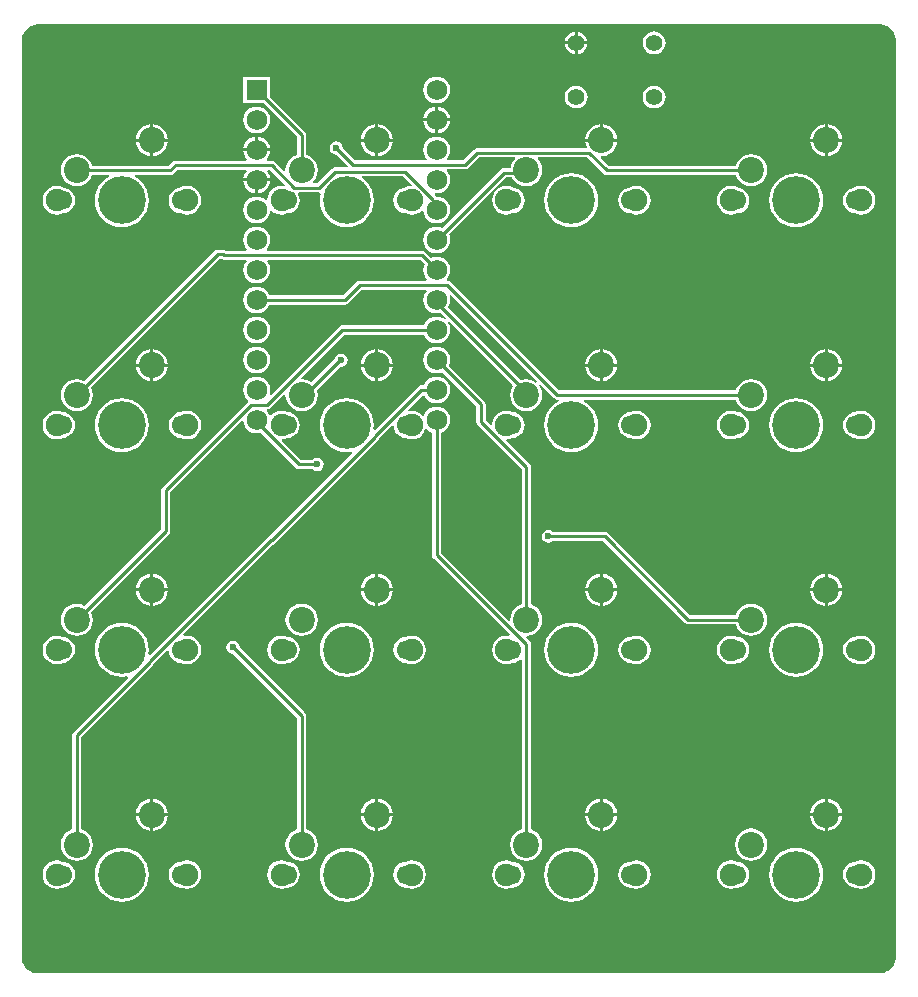
<source format=gbr>
%TF.GenerationSoftware,Altium Limited,Altium Designer,20.1.12 (249)*%
G04 Layer_Physical_Order=2*
G04 Layer_Color=16711680*
%FSLAX26Y26*%
%MOIN*%
%TF.SameCoordinates,D75832AC-A100-412D-90FB-EBA7F01B91C8*%
%TF.FilePolarity,Positive*%
%TF.FileFunction,Copper,L2,Bot,Signal*%
%TF.Part,Single*%
G01*
G75*
%TA.AperFunction,Conductor*%
%ADD10C,0.010000*%
%TA.AperFunction,ComponentPad*%
%ADD11C,0.159449*%
%ADD12C,0.074803*%
%ADD13C,0.066929*%
%ADD14C,0.086614*%
%ADD15C,0.069016*%
%ADD16R,0.069016X0.069016*%
%ADD17C,0.055118*%
%TA.AperFunction,ViaPad*%
%ADD18C,0.023622*%
G36*
X2879266Y3167173D02*
X2889297Y3163018D01*
X2898325Y3156986D01*
X2906002Y3149309D01*
X2912034Y3140281D01*
X2916189Y3130251D01*
X2918307Y3119602D01*
Y3114173D01*
Y60039D01*
Y54611D01*
X2916189Y43962D01*
X2912034Y33931D01*
X2906002Y24904D01*
X2898325Y17226D01*
X2889297Y11194D01*
X2879266Y7039D01*
X2868618Y4921D01*
X2863189Y4921D01*
X52836D01*
X42568Y6964D01*
X32895Y10970D01*
X24190Y16787D01*
X16787Y24190D01*
X10970Y32895D01*
X6964Y42568D01*
X4921Y52836D01*
Y58071D01*
Y3114173D01*
Y3119602D01*
X7039Y3130251D01*
X11194Y3140281D01*
X17226Y3149309D01*
X24904Y3156986D01*
X33931Y3163018D01*
X43962Y3167173D01*
X54611Y3169291D01*
X2868618D01*
X2879266Y3167173D01*
D02*
G37*
%LPC*%
G36*
X1857756Y3143918D02*
Y3111693D01*
X1889981D01*
X1889348Y3116498D01*
X1885564Y3125635D01*
X1879543Y3133481D01*
X1871697Y3139501D01*
X1862561Y3143285D01*
X1857756Y3143918D01*
D02*
G37*
G36*
X1847756D02*
X1842951Y3143285D01*
X1833814Y3139501D01*
X1825968Y3133481D01*
X1819948Y3125635D01*
X1816164Y3116498D01*
X1815531Y3111693D01*
X1847756D01*
Y3143918D01*
D02*
G37*
G36*
X1889981Y3101693D02*
X1857756D01*
Y3069468D01*
X1862561Y3070101D01*
X1871697Y3073885D01*
X1879543Y3079906D01*
X1885564Y3087752D01*
X1889348Y3096888D01*
X1889981Y3101693D01*
D02*
G37*
G36*
X1847756D02*
X1815531D01*
X1816164Y3096888D01*
X1819948Y3087752D01*
X1825968Y3079906D01*
X1833814Y3073885D01*
X1842951Y3070101D01*
X1847756Y3069468D01*
Y3101693D01*
D02*
G37*
G36*
X2112598Y3144576D02*
X2102794Y3143285D01*
X2093657Y3139501D01*
X2085811Y3133481D01*
X2079791Y3125635D01*
X2076006Y3116498D01*
X2074715Y3106693D01*
X2076006Y3096888D01*
X2079791Y3087751D01*
X2085811Y3079906D01*
X2093657Y3073885D01*
X2102794Y3070101D01*
X2112598Y3068810D01*
X2122403Y3070101D01*
X2131540Y3073885D01*
X2139386Y3079906D01*
X2145406Y3087751D01*
X2149191Y3096888D01*
X2150481Y3106693D01*
X2149191Y3116498D01*
X2145406Y3125635D01*
X2139386Y3133481D01*
X2131540Y3139501D01*
X2122403Y3143285D01*
X2112598Y3144576D01*
D02*
G37*
G36*
X1387795Y2994104D02*
X1376176Y2992575D01*
X1365349Y2988090D01*
X1356052Y2980956D01*
X1348918Y2971659D01*
X1344433Y2960831D01*
X1342903Y2949213D01*
X1344433Y2937594D01*
X1348918Y2926767D01*
X1356052Y2917469D01*
X1365349Y2910335D01*
X1376176Y2905850D01*
X1387795Y2904321D01*
X1399414Y2905850D01*
X1410241Y2910335D01*
X1419539Y2917469D01*
X1426673Y2926767D01*
X1431158Y2937594D01*
X1432687Y2949213D01*
X1431158Y2960831D01*
X1426673Y2971659D01*
X1419539Y2980956D01*
X1410241Y2988090D01*
X1399414Y2992575D01*
X1387795Y2994104D01*
D02*
G37*
G36*
X2112598Y2963474D02*
X2102794Y2962183D01*
X2093657Y2958398D01*
X2085811Y2952378D01*
X2079791Y2944532D01*
X2076006Y2935396D01*
X2074715Y2925591D01*
X2076006Y2915786D01*
X2079791Y2906649D01*
X2085811Y2898803D01*
X2093657Y2892783D01*
X2102794Y2888998D01*
X2112598Y2887708D01*
X2122403Y2888998D01*
X2131540Y2892783D01*
X2139386Y2898803D01*
X2145406Y2906649D01*
X2149191Y2915786D01*
X2150481Y2925591D01*
X2149191Y2935396D01*
X2145406Y2944532D01*
X2139386Y2952378D01*
X2131540Y2958398D01*
X2122403Y2962183D01*
X2112598Y2963474D01*
D02*
G37*
G36*
X1852756D02*
X1842951Y2962183D01*
X1833814Y2958398D01*
X1825968Y2952378D01*
X1819948Y2944532D01*
X1816164Y2935396D01*
X1814873Y2925591D01*
X1816164Y2915786D01*
X1819948Y2906649D01*
X1825968Y2898803D01*
X1833814Y2892783D01*
X1842951Y2888998D01*
X1852756Y2887708D01*
X1862561Y2888998D01*
X1871697Y2892783D01*
X1879543Y2898803D01*
X1885564Y2906649D01*
X1889348Y2915786D01*
X1890639Y2925591D01*
X1889348Y2935396D01*
X1885564Y2944532D01*
X1879543Y2952378D01*
X1871697Y2958398D01*
X1862561Y2962183D01*
X1852756Y2963474D01*
D02*
G37*
G36*
X1392795Y2893446D02*
Y2854213D01*
X1432029D01*
X1431158Y2860831D01*
X1426673Y2871659D01*
X1419539Y2880956D01*
X1410241Y2888090D01*
X1399414Y2892575D01*
X1392795Y2893446D01*
D02*
G37*
G36*
X1382795D02*
X1376176Y2892575D01*
X1365349Y2888090D01*
X1356052Y2880956D01*
X1348918Y2871659D01*
X1344433Y2860831D01*
X1343562Y2854213D01*
X1382795D01*
Y2893446D01*
D02*
G37*
G36*
X1432029Y2844213D02*
X1392795D01*
Y2804979D01*
X1399414Y2805850D01*
X1410241Y2810335D01*
X1419539Y2817469D01*
X1426673Y2826767D01*
X1431158Y2837594D01*
X1432029Y2844213D01*
D02*
G37*
G36*
X1382795D02*
X1343562D01*
X1344433Y2837594D01*
X1348918Y2826767D01*
X1356052Y2817469D01*
X1365349Y2810335D01*
X1376176Y2805850D01*
X1382795Y2804979D01*
Y2844213D01*
D02*
G37*
G36*
X787795Y2894104D02*
X776176Y2892575D01*
X765349Y2888090D01*
X756052Y2880956D01*
X748918Y2871659D01*
X744433Y2860831D01*
X742903Y2849213D01*
X744433Y2837594D01*
X748918Y2826767D01*
X756052Y2817469D01*
X765349Y2810335D01*
X776176Y2805850D01*
X787795Y2804321D01*
X799414Y2805850D01*
X810241Y2810335D01*
X819539Y2817469D01*
X826673Y2826767D01*
X831158Y2837594D01*
X832687Y2849213D01*
X831158Y2860831D01*
X826673Y2871659D01*
X819539Y2880956D01*
X810241Y2888090D01*
X799414Y2892575D01*
X787795Y2894104D01*
D02*
G37*
G36*
X1192389Y2834490D02*
Y2786381D01*
X1240498D01*
X1239324Y2795297D01*
X1233953Y2808265D01*
X1225408Y2819401D01*
X1214273Y2827945D01*
X1201305Y2833316D01*
X1192389Y2834490D01*
D02*
G37*
G36*
X1182389D02*
X1173473Y2833316D01*
X1160505Y2827945D01*
X1149370Y2819401D01*
X1140825Y2808265D01*
X1135454Y2795297D01*
X1134280Y2786381D01*
X1182389D01*
Y2834490D01*
D02*
G37*
G36*
X443176D02*
Y2786381D01*
X491285D01*
X490111Y2795297D01*
X484740Y2808265D01*
X476195Y2819401D01*
X465060Y2827945D01*
X452092Y2833316D01*
X443176Y2834490D01*
D02*
G37*
G36*
X433176D02*
X424260Y2833316D01*
X411293Y2827945D01*
X400157Y2819401D01*
X391613Y2808265D01*
X386241Y2795297D01*
X385068Y2786381D01*
X433176D01*
Y2834490D01*
D02*
G37*
G36*
X2690807Y2834487D02*
Y2786378D01*
X2738916D01*
X2737742Y2795294D01*
X2732371Y2808262D01*
X2723826Y2819397D01*
X2712691Y2827942D01*
X2699723Y2833313D01*
X2690807Y2834487D01*
D02*
G37*
G36*
X2680807D02*
X2671891Y2833313D01*
X2658924Y2827942D01*
X2647788Y2819397D01*
X2639243Y2808262D01*
X2633872Y2795294D01*
X2632698Y2786378D01*
X2680807D01*
Y2834487D01*
D02*
G37*
G36*
X1941594Y2834487D02*
Y2786378D01*
X1989703D01*
X1988530Y2795294D01*
X1983158Y2808261D01*
X1974614Y2819397D01*
X1963478Y2827942D01*
X1950510Y2833313D01*
X1941594Y2834487D01*
D02*
G37*
G36*
X1931594D02*
X1922679Y2833313D01*
X1909711Y2827942D01*
X1898575Y2819397D01*
X1890031Y2808261D01*
X1884659Y2795294D01*
X1883486Y2786378D01*
X1931594D01*
Y2834487D01*
D02*
G37*
G36*
X792795Y2793446D02*
Y2754213D01*
X832029D01*
X831158Y2760831D01*
X826673Y2771659D01*
X819539Y2780956D01*
X810241Y2788090D01*
X799414Y2792575D01*
X792795Y2793446D01*
D02*
G37*
G36*
X782795D02*
X776176Y2792575D01*
X765349Y2788090D01*
X756052Y2780956D01*
X748918Y2771659D01*
X744433Y2760831D01*
X743562Y2754213D01*
X782795D01*
Y2793446D01*
D02*
G37*
G36*
X1240498Y2776381D02*
X1192389D01*
Y2728273D01*
X1201305Y2729447D01*
X1214273Y2734818D01*
X1225408Y2743362D01*
X1233953Y2754498D01*
X1239324Y2767466D01*
X1240498Y2776381D01*
D02*
G37*
G36*
X1182389D02*
X1134280D01*
X1135454Y2767466D01*
X1140825Y2754498D01*
X1149370Y2743362D01*
X1160505Y2734818D01*
X1173473Y2729447D01*
X1182389Y2728273D01*
Y2776381D01*
D02*
G37*
G36*
X491285D02*
X443176D01*
Y2728273D01*
X452092Y2729447D01*
X465060Y2734818D01*
X476195Y2743362D01*
X484740Y2754498D01*
X490111Y2767466D01*
X491285Y2776381D01*
D02*
G37*
G36*
X433176D02*
X385068D01*
X386241Y2767466D01*
X391613Y2754498D01*
X400157Y2743362D01*
X411293Y2734818D01*
X424260Y2729447D01*
X433176Y2728273D01*
Y2776381D01*
D02*
G37*
G36*
X2738916Y2776378D02*
X2690807D01*
Y2728269D01*
X2699723Y2729443D01*
X2712691Y2734814D01*
X2723826Y2743359D01*
X2732371Y2754494D01*
X2737742Y2767462D01*
X2738916Y2776378D01*
D02*
G37*
G36*
X2680807D02*
X2632698D01*
X2633872Y2767462D01*
X2639243Y2754494D01*
X2647788Y2743359D01*
X2658924Y2734814D01*
X2671891Y2729443D01*
X2680807Y2728269D01*
Y2776378D01*
D02*
G37*
G36*
X832303Y2993720D02*
X743288D01*
Y2904705D01*
X810674D01*
X922095Y2793284D01*
Y2732746D01*
X910505Y2727945D01*
X899370Y2719401D01*
X890825Y2708265D01*
X885454Y2695297D01*
X883622Y2681381D01*
X883678Y2680959D01*
X879193Y2678748D01*
X848406Y2709535D01*
X843444Y2712850D01*
X837591Y2714014D01*
X822794D01*
X820724Y2719014D01*
X826673Y2726767D01*
X831158Y2737594D01*
X832029Y2744213D01*
X743562D01*
X744433Y2737594D01*
X748918Y2726767D01*
X754866Y2719014D01*
X752797Y2714014D01*
X517275D01*
X511422Y2712850D01*
X506460Y2709535D01*
X493601Y2696675D01*
X239541D01*
X234740Y2708265D01*
X226196Y2719401D01*
X215060Y2727945D01*
X202092Y2733316D01*
X188176Y2735149D01*
X174261Y2733316D01*
X161293Y2727945D01*
X150157Y2719401D01*
X141613Y2708265D01*
X136241Y2695297D01*
X134409Y2681381D01*
X136241Y2667466D01*
X141613Y2654498D01*
X150157Y2643362D01*
X161293Y2634818D01*
X174261Y2629447D01*
X188176Y2627614D01*
X202092Y2629447D01*
X215060Y2634818D01*
X226196Y2643362D01*
X234740Y2654498D01*
X239541Y2666088D01*
X295706D01*
X296959Y2661088D01*
X288087Y2656346D01*
X274425Y2645133D01*
X263212Y2631471D01*
X254881Y2615884D01*
X249750Y2598971D01*
X248018Y2581381D01*
X249750Y2563792D01*
X254881Y2546879D01*
X263212Y2531292D01*
X274425Y2517630D01*
X288087Y2506417D01*
X303674Y2498086D01*
X320587Y2492955D01*
X338176Y2491223D01*
X355765Y2492955D01*
X372679Y2498086D01*
X388266Y2506417D01*
X401928Y2517630D01*
X413140Y2531292D01*
X421472Y2546879D01*
X426603Y2563792D01*
X428335Y2581381D01*
X426603Y2598971D01*
X421472Y2615884D01*
X413140Y2631471D01*
X401928Y2645133D01*
X388266Y2656346D01*
X379394Y2661088D01*
X380647Y2666088D01*
X499936D01*
X505788Y2667252D01*
X510750Y2670567D01*
X523610Y2683427D01*
X751645D01*
X754111Y2678427D01*
X748918Y2671659D01*
X744433Y2660831D01*
X743562Y2654213D01*
X832029D01*
X831158Y2660831D01*
X826673Y2671659D01*
X821480Y2678427D01*
X823945Y2683427D01*
X831256D01*
X881903Y2632781D01*
X879567Y2628045D01*
X870854Y2629192D01*
X858479Y2627563D01*
X846948Y2622787D01*
X837046Y2615189D01*
X829448Y2605287D01*
X824672Y2593756D01*
X823396Y2584063D01*
X822554Y2583385D01*
X818090Y2582068D01*
X810241Y2588090D01*
X799414Y2592575D01*
X787795Y2594104D01*
X776176Y2592575D01*
X765349Y2588090D01*
X756052Y2580956D01*
X748918Y2571659D01*
X744433Y2560831D01*
X742903Y2549213D01*
X744433Y2537594D01*
X748918Y2526767D01*
X756052Y2517469D01*
X765349Y2510335D01*
X776176Y2505850D01*
X787795Y2504321D01*
X799414Y2505850D01*
X810241Y2510335D01*
X819539Y2517469D01*
X826673Y2526767D01*
X831158Y2537594D01*
X832218Y2545653D01*
X835515Y2546965D01*
X837472Y2547248D01*
X846948Y2539976D01*
X858479Y2535200D01*
X870854Y2533571D01*
X883228Y2535200D01*
X889577Y2537830D01*
X898735Y2539036D01*
X909309Y2543415D01*
X918388Y2550382D01*
X925355Y2559462D01*
X929735Y2570035D01*
X931229Y2581381D01*
X929735Y2592728D01*
X925571Y2602780D01*
X926954Y2606544D01*
X927564Y2607780D01*
X995121D01*
X996493Y2608053D01*
X1000408Y2603734D01*
X998963Y2598971D01*
X997231Y2581381D01*
X998963Y2563792D01*
X1004093Y2546879D01*
X1012425Y2531292D01*
X1023637Y2517630D01*
X1037300Y2506417D01*
X1052887Y2498086D01*
X1069800Y2492955D01*
X1087389Y2491223D01*
X1104978Y2492955D01*
X1121891Y2498086D01*
X1137478Y2506417D01*
X1151141Y2517630D01*
X1162353Y2531292D01*
X1170685Y2546879D01*
X1175815Y2563792D01*
X1177547Y2581381D01*
X1175815Y2598971D01*
X1170685Y2615884D01*
X1162353Y2631471D01*
X1151141Y2645133D01*
X1138129Y2655812D01*
X1138668Y2660812D01*
X1276972D01*
X1303768Y2634016D01*
X1301801Y2628912D01*
X1291550Y2627563D01*
X1285201Y2624933D01*
X1276043Y2623727D01*
X1265469Y2619348D01*
X1256390Y2612381D01*
X1249423Y2603301D01*
X1245043Y2592728D01*
X1243549Y2581381D01*
X1245043Y2570035D01*
X1249423Y2559462D01*
X1256390Y2550382D01*
X1265469Y2543415D01*
X1276043Y2539036D01*
X1285201Y2537830D01*
X1291550Y2535200D01*
X1303925Y2533571D01*
X1316299Y2535200D01*
X1327830Y2539976D01*
X1337732Y2547574D01*
X1338025Y2547957D01*
X1343253Y2546557D01*
X1344433Y2537594D01*
X1348918Y2526767D01*
X1356052Y2517469D01*
X1365349Y2510335D01*
X1376176Y2505850D01*
X1387795Y2504321D01*
X1399414Y2505850D01*
X1410241Y2510335D01*
X1419539Y2517469D01*
X1426673Y2526767D01*
X1431158Y2537594D01*
X1432687Y2549213D01*
X1431158Y2560831D01*
X1426673Y2571659D01*
X1419539Y2580956D01*
X1410241Y2588090D01*
X1399414Y2592575D01*
X1387795Y2594104D01*
X1387037Y2594005D01*
X1380850Y2600192D01*
X1383185Y2604928D01*
X1387795Y2604321D01*
X1399414Y2605850D01*
X1410241Y2610335D01*
X1419539Y2617469D01*
X1426673Y2626767D01*
X1431158Y2637594D01*
X1432687Y2649213D01*
X1431158Y2660831D01*
X1426673Y2671659D01*
X1420724Y2679411D01*
X1422794Y2684411D01*
X1482599D01*
X1488452Y2685575D01*
X1493414Y2688890D01*
X1528915Y2724391D01*
X1647306D01*
X1648914Y2719656D01*
X1648575Y2719397D01*
X1640031Y2708261D01*
X1634659Y2695294D01*
X1633835Y2689029D01*
X1612318D01*
X1606465Y2687865D01*
X1601503Y2684550D01*
X1406566Y2489612D01*
X1399414Y2492575D01*
X1387795Y2494104D01*
X1376176Y2492575D01*
X1365349Y2488090D01*
X1356052Y2480956D01*
X1348918Y2471659D01*
X1344433Y2460831D01*
X1342903Y2449213D01*
X1344433Y2437594D01*
X1348918Y2426767D01*
X1356052Y2417469D01*
X1365349Y2410335D01*
X1376176Y2405850D01*
X1387795Y2404321D01*
X1399414Y2405850D01*
X1410241Y2410335D01*
X1419539Y2417469D01*
X1426673Y2426767D01*
X1431158Y2437594D01*
X1432687Y2449213D01*
X1431158Y2460831D01*
X1428195Y2467983D01*
X1618653Y2658441D01*
X1638396D01*
X1640031Y2654494D01*
X1648575Y2643359D01*
X1659711Y2634814D01*
X1672679Y2629443D01*
X1686594Y2627611D01*
X1700510Y2629443D01*
X1713478Y2634814D01*
X1724614Y2643359D01*
X1733158Y2654494D01*
X1738530Y2667462D01*
X1740362Y2681378D01*
X1738530Y2695294D01*
X1733158Y2708261D01*
X1724614Y2719397D01*
X1724275Y2719656D01*
X1725883Y2724391D01*
X1889494D01*
X1943321Y2670564D01*
X1948283Y2667248D01*
X1954136Y2666084D01*
X2384443D01*
X2389243Y2654494D01*
X2397788Y2643359D01*
X2408924Y2634814D01*
X2421891Y2629443D01*
X2435807Y2627611D01*
X2449723Y2629443D01*
X2462691Y2634814D01*
X2473826Y2643359D01*
X2482371Y2654494D01*
X2487742Y2667462D01*
X2489574Y2681378D01*
X2487742Y2695294D01*
X2482371Y2708262D01*
X2473826Y2719397D01*
X2462691Y2727942D01*
X2449723Y2733313D01*
X2435807Y2735145D01*
X2421891Y2733313D01*
X2408924Y2727942D01*
X2397788Y2719397D01*
X2389243Y2708262D01*
X2384443Y2696672D01*
X1960471D01*
X1933961Y2723182D01*
X1936172Y2727666D01*
X1936594Y2727611D01*
X1950510Y2729443D01*
X1963478Y2734814D01*
X1974614Y2743359D01*
X1983158Y2754494D01*
X1988530Y2767462D01*
X1989703Y2776378D01*
X1883486D01*
X1884659Y2767462D01*
X1888108Y2759136D01*
X1885330Y2754979D01*
X1522580D01*
X1516727Y2753815D01*
X1511765Y2750499D01*
X1476264Y2714999D01*
X1423945D01*
X1421480Y2719999D01*
X1426673Y2726767D01*
X1431158Y2737594D01*
X1432687Y2749213D01*
X1431158Y2760831D01*
X1426673Y2771659D01*
X1419539Y2780956D01*
X1410241Y2788090D01*
X1399414Y2792575D01*
X1387795Y2794104D01*
X1376176Y2792575D01*
X1365349Y2788090D01*
X1356052Y2780956D01*
X1348918Y2771659D01*
X1344433Y2760831D01*
X1342903Y2749213D01*
X1344433Y2737594D01*
X1348918Y2726767D01*
X1354111Y2719999D01*
X1351645Y2714999D01*
X1115685D01*
X1075287Y2755397D01*
X1075388Y2755905D01*
X1073695Y2764416D01*
X1068874Y2771630D01*
X1061660Y2776451D01*
X1053150Y2778144D01*
X1044639Y2776451D01*
X1037425Y2771630D01*
X1032604Y2764416D01*
X1030911Y2755905D01*
X1032604Y2747395D01*
X1037425Y2740181D01*
X1044639Y2735360D01*
X1053150Y2733667D01*
X1053658Y2733768D01*
X1091407Y2696019D01*
X1089494Y2691400D01*
X1048153D01*
X1042300Y2690236D01*
X1037339Y2686920D01*
X988787Y2638368D01*
X976677D01*
X975070Y2643103D01*
X975408Y2643362D01*
X983953Y2654498D01*
X989324Y2667466D01*
X991156Y2681381D01*
X989324Y2695297D01*
X983953Y2708265D01*
X975408Y2719401D01*
X964273Y2727945D01*
X952683Y2732746D01*
Y2799619D01*
X951519Y2805472D01*
X948203Y2810433D01*
X832303Y2926334D01*
Y2993720D01*
D02*
G37*
G36*
X832029Y2644213D02*
X792795D01*
Y2604979D01*
X799414Y2605850D01*
X810241Y2610335D01*
X819539Y2617469D01*
X826673Y2626767D01*
X831158Y2637594D01*
X832029Y2644213D01*
D02*
G37*
G36*
X782795D02*
X743562D01*
X744433Y2637594D01*
X748918Y2626767D01*
X756052Y2617469D01*
X765349Y2610335D01*
X776176Y2605850D01*
X782795Y2604979D01*
Y2644213D01*
D02*
G37*
G36*
X554712Y2629192D02*
X542338Y2627563D01*
X535989Y2624933D01*
X526830Y2623727D01*
X516257Y2619348D01*
X507177Y2612381D01*
X500210Y2603301D01*
X495831Y2592728D01*
X494337Y2581381D01*
X495831Y2570035D01*
X500210Y2559462D01*
X507177Y2550382D01*
X516257Y2543415D01*
X526830Y2539036D01*
X535989Y2537830D01*
X542338Y2535200D01*
X554712Y2533571D01*
X567086Y2535200D01*
X578617Y2539976D01*
X588519Y2547574D01*
X596117Y2557476D01*
X600893Y2569007D01*
X602522Y2581381D01*
X600893Y2593756D01*
X596117Y2605287D01*
X588519Y2615189D01*
X578617Y2622787D01*
X567086Y2627563D01*
X554712Y2629192D01*
D02*
G37*
G36*
X121641D02*
X109267Y2627563D01*
X97736Y2622787D01*
X87834Y2615189D01*
X80236Y2605287D01*
X75460Y2593756D01*
X73830Y2581381D01*
X75460Y2569007D01*
X80236Y2557476D01*
X87834Y2547574D01*
X97736Y2539976D01*
X109267Y2535200D01*
X121641Y2533571D01*
X134015Y2535200D01*
X140364Y2537830D01*
X149523Y2539036D01*
X160096Y2543415D01*
X169176Y2550382D01*
X176143Y2559462D01*
X180522Y2570035D01*
X182016Y2581381D01*
X180522Y2592728D01*
X176143Y2603301D01*
X169176Y2612381D01*
X160096Y2619348D01*
X149523Y2623727D01*
X140364Y2624933D01*
X134015Y2627563D01*
X121641Y2629192D01*
D02*
G37*
G36*
X2802343Y2629189D02*
X2789968Y2627559D01*
X2783619Y2624930D01*
X2774461Y2623724D01*
X2763887Y2619344D01*
X2754808Y2612377D01*
X2747841Y2603298D01*
X2743461Y2592724D01*
X2741968Y2581378D01*
X2743461Y2570032D01*
X2747841Y2559458D01*
X2754808Y2550379D01*
X2763887Y2543412D01*
X2774461Y2539032D01*
X2783619Y2537826D01*
X2789968Y2535197D01*
X2802343Y2533568D01*
X2814717Y2535197D01*
X2826248Y2539973D01*
X2836150Y2547571D01*
X2843748Y2557473D01*
X2848524Y2569004D01*
X2850153Y2581378D01*
X2848524Y2593752D01*
X2843748Y2605283D01*
X2836150Y2615185D01*
X2826248Y2622783D01*
X2814717Y2627559D01*
X2802343Y2629189D01*
D02*
G37*
G36*
X2369272D02*
X2356897Y2627559D01*
X2345366Y2622783D01*
X2335465Y2615185D01*
X2327867Y2605283D01*
X2323090Y2593752D01*
X2321461Y2581378D01*
X2323090Y2569004D01*
X2327867Y2557473D01*
X2335465Y2547571D01*
X2345366Y2539973D01*
X2356897Y2535197D01*
X2369272Y2533568D01*
X2381646Y2535197D01*
X2387995Y2537826D01*
X2397153Y2539032D01*
X2407727Y2543412D01*
X2416806Y2550379D01*
X2423773Y2559458D01*
X2428153Y2570032D01*
X2429647Y2581378D01*
X2428153Y2592724D01*
X2423773Y2603298D01*
X2416806Y2612377D01*
X2407727Y2619344D01*
X2397153Y2623724D01*
X2387995Y2624930D01*
X2381646Y2627559D01*
X2369272Y2629189D01*
D02*
G37*
G36*
X2053130Y2629188D02*
X2040756Y2627559D01*
X2034407Y2624930D01*
X2025248Y2623724D01*
X2014675Y2619344D01*
X2005595Y2612377D01*
X1998628Y2603298D01*
X1994249Y2592724D01*
X1992755Y2581378D01*
X1994249Y2570031D01*
X1998628Y2559458D01*
X2005595Y2550379D01*
X2014675Y2543412D01*
X2025248Y2539032D01*
X2034407Y2537826D01*
X2040756Y2535197D01*
X2053130Y2533567D01*
X2065504Y2535197D01*
X2077035Y2539973D01*
X2086937Y2547571D01*
X2094535Y2557473D01*
X2099311Y2569004D01*
X2100941Y2581378D01*
X2099311Y2593752D01*
X2094535Y2605283D01*
X2086937Y2615185D01*
X2077035Y2622783D01*
X2065504Y2627559D01*
X2053130Y2629188D01*
D02*
G37*
G36*
X1620059D02*
X1607685Y2627559D01*
X1596154Y2622783D01*
X1586252Y2615185D01*
X1578654Y2605283D01*
X1573878Y2593752D01*
X1572248Y2581378D01*
X1573878Y2569004D01*
X1578654Y2557473D01*
X1586252Y2547571D01*
X1596154Y2539973D01*
X1607685Y2535197D01*
X1620059Y2533567D01*
X1632433Y2535197D01*
X1638782Y2537826D01*
X1647941Y2539032D01*
X1658514Y2543412D01*
X1667594Y2550379D01*
X1674561Y2559458D01*
X1678940Y2570031D01*
X1680434Y2581378D01*
X1678940Y2592724D01*
X1674561Y2603298D01*
X1667594Y2612377D01*
X1658514Y2619344D01*
X1647941Y2623724D01*
X1638782Y2624930D01*
X1632433Y2627559D01*
X1620059Y2629188D01*
D02*
G37*
G36*
X2585807Y2671537D02*
X2568218Y2669804D01*
X2551305Y2664674D01*
X2535718Y2656342D01*
X2522055Y2645130D01*
X2510843Y2631467D01*
X2502512Y2615880D01*
X2497381Y2598967D01*
X2495649Y2581378D01*
X2497381Y2563789D01*
X2502512Y2546876D01*
X2510843Y2531289D01*
X2522055Y2517626D01*
X2535718Y2506414D01*
X2551305Y2498082D01*
X2568218Y2492952D01*
X2585807Y2491220D01*
X2603396Y2492952D01*
X2620309Y2498082D01*
X2635896Y2506414D01*
X2649559Y2517626D01*
X2660771Y2531289D01*
X2669103Y2546876D01*
X2674233Y2563789D01*
X2675966Y2581378D01*
X2674233Y2598967D01*
X2669103Y2615880D01*
X2660771Y2631467D01*
X2649559Y2645130D01*
X2635896Y2656342D01*
X2620309Y2664674D01*
X2603396Y2669804D01*
X2585807Y2671537D01*
D02*
G37*
G36*
X1836594Y2671536D02*
X1819005Y2669804D01*
X1802092Y2664673D01*
X1786505Y2656342D01*
X1772843Y2645130D01*
X1761630Y2631467D01*
X1753299Y2615880D01*
X1748168Y2598967D01*
X1746436Y2581378D01*
X1748168Y2563789D01*
X1753299Y2546876D01*
X1761630Y2531289D01*
X1772843Y2517626D01*
X1786505Y2506414D01*
X1802092Y2498082D01*
X1819005Y2492952D01*
X1836594Y2491219D01*
X1854184Y2492952D01*
X1871097Y2498082D01*
X1886684Y2506414D01*
X1900346Y2517626D01*
X1911559Y2531289D01*
X1919890Y2546876D01*
X1925021Y2563789D01*
X1926753Y2581378D01*
X1925021Y2598967D01*
X1919890Y2615880D01*
X1911559Y2631467D01*
X1900346Y2645130D01*
X1886684Y2656342D01*
X1871097Y2664673D01*
X1854184Y2669804D01*
X1836594Y2671536D01*
D02*
G37*
G36*
X787795Y2494104D02*
X776176Y2492575D01*
X765349Y2488090D01*
X756052Y2480956D01*
X748918Y2471659D01*
X744433Y2460831D01*
X742903Y2449213D01*
X744433Y2437594D01*
X748918Y2426767D01*
X754866Y2419014D01*
X752797Y2414014D01*
X683968D01*
X681439Y2415704D01*
X675586Y2416869D01*
X657579D01*
X651726Y2415704D01*
X646764Y2412389D01*
X213675Y1979300D01*
X202085Y1984100D01*
X188169Y1985932D01*
X174253Y1984100D01*
X161286Y1978729D01*
X150150Y1970185D01*
X141606Y1959049D01*
X136234Y1946081D01*
X134402Y1932165D01*
X136234Y1918249D01*
X141606Y1905282D01*
X150150Y1894146D01*
X161286Y1885602D01*
X174253Y1880230D01*
X188169Y1878398D01*
X202085Y1880230D01*
X215053Y1885602D01*
X226188Y1894146D01*
X234733Y1905282D01*
X240104Y1918249D01*
X241936Y1932165D01*
X240104Y1946081D01*
X235304Y1957671D01*
X663914Y2386281D01*
X670058D01*
X672588Y2384591D01*
X678441Y2383427D01*
X751645D01*
X754111Y2378427D01*
X748918Y2371659D01*
X744433Y2360831D01*
X742903Y2349213D01*
X744433Y2337594D01*
X748918Y2326767D01*
X756052Y2317469D01*
X765349Y2310335D01*
X776176Y2305850D01*
X787795Y2304321D01*
X799414Y2305850D01*
X810241Y2310335D01*
X819539Y2317469D01*
X826673Y2326767D01*
X831158Y2337594D01*
X832687Y2349213D01*
X831158Y2360831D01*
X826673Y2371659D01*
X821480Y2378427D01*
X823945Y2383427D01*
X1331953D01*
X1347396Y2367983D01*
X1344433Y2360831D01*
X1342903Y2349213D01*
X1344433Y2337594D01*
X1348918Y2326767D01*
X1354866Y2319014D01*
X1352797Y2314014D01*
X1130787D01*
X1124935Y2312850D01*
X1119973Y2309535D01*
X1074945Y2264506D01*
X829635D01*
X826673Y2271659D01*
X819539Y2280956D01*
X810241Y2288090D01*
X799414Y2292575D01*
X787795Y2294104D01*
X776176Y2292575D01*
X765349Y2288090D01*
X756052Y2280956D01*
X748918Y2271659D01*
X744433Y2260831D01*
X742903Y2249213D01*
X744433Y2237594D01*
X748918Y2226767D01*
X756052Y2217469D01*
X765349Y2210335D01*
X776176Y2205850D01*
X787795Y2204321D01*
X799414Y2205850D01*
X810241Y2210335D01*
X819539Y2217469D01*
X826673Y2226767D01*
X829635Y2233919D01*
X1081280D01*
X1087132Y2235083D01*
X1092094Y2238398D01*
X1137122Y2283427D01*
X1351645D01*
X1354111Y2278427D01*
X1348918Y2271659D01*
X1344433Y2260831D01*
X1342903Y2249213D01*
X1344433Y2237594D01*
X1348918Y2226767D01*
X1356052Y2217469D01*
X1365349Y2210335D01*
X1376176Y2205850D01*
X1387795Y2204321D01*
X1399414Y2205850D01*
X1400118Y2206142D01*
X1417232Y2189028D01*
X1413928Y2185261D01*
X1410241Y2188090D01*
X1399414Y2192575D01*
X1387795Y2194104D01*
X1376176Y2192575D01*
X1365349Y2188090D01*
X1356052Y2180956D01*
X1348918Y2171659D01*
X1345955Y2164506D01*
X1071970D01*
X1066118Y2163342D01*
X1061156Y2160027D01*
X835047Y1933918D01*
X830808Y1936750D01*
X831158Y1937594D01*
X832687Y1949213D01*
X831158Y1960832D01*
X826673Y1971659D01*
X819539Y1980956D01*
X810241Y1988090D01*
X799414Y1992575D01*
X787795Y1994104D01*
X776176Y1992575D01*
X765349Y1988090D01*
X756052Y1980956D01*
X748918Y1971659D01*
X744433Y1960832D01*
X742903Y1949213D01*
X744433Y1937594D01*
X748918Y1926767D01*
X756052Y1917469D01*
X758143Y1915865D01*
X758000Y1911499D01*
X757214Y1910275D01*
X474244Y1627305D01*
X470929Y1622343D01*
X469765Y1616491D01*
Y1486177D01*
X213675Y1230087D01*
X202085Y1234888D01*
X188169Y1236720D01*
X174253Y1234888D01*
X161286Y1229516D01*
X150150Y1220972D01*
X141606Y1209836D01*
X136234Y1196869D01*
X134402Y1182953D01*
X136234Y1169037D01*
X141606Y1156069D01*
X150150Y1144934D01*
X161286Y1136389D01*
X174253Y1131018D01*
X188169Y1129186D01*
X202085Y1131018D01*
X215053Y1136389D01*
X226188Y1144934D01*
X234733Y1156069D01*
X240104Y1169037D01*
X241936Y1182953D01*
X240104Y1196869D01*
X235304Y1208458D01*
X495873Y1469028D01*
X499188Y1473989D01*
X500353Y1479842D01*
Y1610156D01*
X738040Y1847844D01*
X743320Y1846052D01*
X744433Y1837594D01*
X748918Y1826767D01*
X756052Y1817469D01*
X765349Y1810335D01*
X776176Y1805850D01*
X787795Y1804321D01*
X799414Y1805850D01*
X800837Y1806439D01*
X917303Y1689973D01*
X922265Y1686658D01*
X928117Y1685494D01*
X973160D01*
X973448Y1685062D01*
X980663Y1680242D01*
X989173Y1678549D01*
X997683Y1680242D01*
X1004898Y1685062D01*
X1009719Y1692277D01*
X1011412Y1700787D01*
X1009719Y1709298D01*
X1004898Y1716512D01*
X997683Y1721333D01*
X989173Y1723026D01*
X980663Y1721333D01*
X973448Y1716512D01*
X973160Y1716081D01*
X934452D01*
X871003Y1779531D01*
X872970Y1784634D01*
X883221Y1785984D01*
X889570Y1788614D01*
X898728Y1789820D01*
X909302Y1794199D01*
X918381Y1801166D01*
X925348Y1810246D01*
X929728Y1820819D01*
X931221Y1832165D01*
X929728Y1843512D01*
X925348Y1854085D01*
X918381Y1863165D01*
X909302Y1870132D01*
X898728Y1874511D01*
X889570Y1875717D01*
X883221Y1878347D01*
X870846Y1879976D01*
X858472Y1878347D01*
X846941Y1873571D01*
X837039Y1865973D01*
X835351Y1863773D01*
X829627Y1864526D01*
X826673Y1871659D01*
X820724Y1879411D01*
X822158Y1883536D01*
X822528Y1884156D01*
X822835Y1884485D01*
X828315Y1885575D01*
X833277Y1888890D01*
X879186Y1934799D01*
X883670Y1932588D01*
X883615Y1932165D01*
X885447Y1918249D01*
X890818Y1905282D01*
X899363Y1894146D01*
X910498Y1885602D01*
X923466Y1880230D01*
X937382Y1878398D01*
X951298Y1880230D01*
X964265Y1885602D01*
X975401Y1894146D01*
X983946Y1905282D01*
X989317Y1918249D01*
X991149Y1932165D01*
X989317Y1946081D01*
X987963Y1949351D01*
X1065315Y2026703D01*
X1068898Y2025990D01*
X1077408Y2027683D01*
X1084622Y2032503D01*
X1089443Y2039718D01*
X1091136Y2048228D01*
X1089443Y2056738D01*
X1084622Y2063953D01*
X1077408Y2068774D01*
X1068898Y2070467D01*
X1060387Y2068774D01*
X1053173Y2063953D01*
X1048352Y2056738D01*
X1047423Y2052069D01*
X969821Y1974466D01*
X964265Y1978729D01*
X951298Y1984100D01*
X937382Y1985932D01*
X936960Y1985877D01*
X934748Y1990361D01*
X1078305Y2133919D01*
X1345955D01*
X1348918Y2126767D01*
X1356052Y2117469D01*
X1365349Y2110335D01*
X1376176Y2105850D01*
X1387795Y2104321D01*
X1399414Y2105850D01*
X1410241Y2110335D01*
X1419539Y2117469D01*
X1426673Y2126767D01*
X1431158Y2137594D01*
X1432687Y2149213D01*
X1431158Y2160831D01*
X1426673Y2171659D01*
X1423844Y2175345D01*
X1427611Y2178649D01*
X1643154Y1963106D01*
X1640041Y1959049D01*
X1634670Y1946081D01*
X1632838Y1932165D01*
X1634670Y1918249D01*
X1640041Y1905282D01*
X1648586Y1894146D01*
X1659721Y1885602D01*
X1672689Y1880230D01*
X1686605Y1878398D01*
X1700521Y1880230D01*
X1713488Y1885602D01*
X1724624Y1894146D01*
X1733169Y1905282D01*
X1738540Y1918249D01*
X1740372Y1932165D01*
X1738540Y1946081D01*
X1733169Y1959049D01*
X1728144Y1965597D01*
X1731911Y1968901D01*
X1779461Y1921351D01*
X1784423Y1918036D01*
X1790276Y1916871D01*
X1794134D01*
X1795387Y1911871D01*
X1786515Y1907130D01*
X1772853Y1895917D01*
X1761641Y1882255D01*
X1753309Y1866668D01*
X1748179Y1849755D01*
X1746446Y1832165D01*
X1748179Y1814576D01*
X1753309Y1797663D01*
X1761641Y1782076D01*
X1772853Y1768414D01*
X1786515Y1757201D01*
X1802103Y1748870D01*
X1819016Y1743739D01*
X1836605Y1742007D01*
X1854194Y1743739D01*
X1871107Y1748870D01*
X1886694Y1757201D01*
X1900357Y1768414D01*
X1911569Y1782076D01*
X1919900Y1797663D01*
X1925031Y1814576D01*
X1926763Y1832165D01*
X1925031Y1849755D01*
X1919900Y1866668D01*
X1911569Y1882255D01*
X1900357Y1895917D01*
X1886694Y1907130D01*
X1877823Y1911871D01*
X1879075Y1916871D01*
X2384443D01*
X2389243Y1905282D01*
X2397788Y1894146D01*
X2408924Y1885602D01*
X2421891Y1880230D01*
X2435807Y1878398D01*
X2449723Y1880230D01*
X2462691Y1885602D01*
X2473826Y1894146D01*
X2482371Y1905282D01*
X2487742Y1918249D01*
X2489574Y1932165D01*
X2487742Y1946081D01*
X2482371Y1959049D01*
X2473826Y1970184D01*
X2462691Y1978729D01*
X2449723Y1984100D01*
X2435807Y1985932D01*
X2421891Y1984100D01*
X2408924Y1978729D01*
X2397788Y1970184D01*
X2389243Y1959049D01*
X2384443Y1947459D01*
X1796611D01*
X1434535Y2309535D01*
X1429573Y2312850D01*
X1423720Y2314014D01*
X1422794D01*
X1420724Y2319014D01*
X1426673Y2326767D01*
X1431158Y2337594D01*
X1432687Y2349213D01*
X1431158Y2360831D01*
X1426673Y2371659D01*
X1419539Y2380956D01*
X1410241Y2388090D01*
X1399414Y2392575D01*
X1387795Y2394104D01*
X1376176Y2392575D01*
X1369024Y2389612D01*
X1349102Y2409535D01*
X1344140Y2412850D01*
X1338287Y2414014D01*
X822794D01*
X820724Y2419014D01*
X826673Y2426767D01*
X831158Y2437594D01*
X832687Y2449213D01*
X831158Y2460831D01*
X826673Y2471659D01*
X819539Y2480956D01*
X810241Y2488090D01*
X799414Y2492575D01*
X787795Y2494104D01*
D02*
G37*
G36*
Y2194104D02*
X776176Y2192575D01*
X765349Y2188090D01*
X756052Y2180956D01*
X748918Y2171659D01*
X744433Y2160831D01*
X742903Y2149213D01*
X744433Y2137594D01*
X748918Y2126767D01*
X756052Y2117469D01*
X765349Y2110335D01*
X776176Y2105850D01*
X787795Y2104321D01*
X799414Y2105850D01*
X810241Y2110335D01*
X819539Y2117469D01*
X826673Y2126767D01*
X831158Y2137594D01*
X832687Y2149213D01*
X831158Y2160831D01*
X826673Y2171659D01*
X819539Y2180956D01*
X810241Y2188090D01*
X799414Y2192575D01*
X787795Y2194104D01*
D02*
G37*
G36*
X1941605Y2085274D02*
Y2037165D01*
X1989714D01*
X1988540Y2046081D01*
X1983169Y2059049D01*
X1974624Y2070184D01*
X1963488Y2078729D01*
X1950521Y2084100D01*
X1941605Y2085274D01*
D02*
G37*
G36*
X1931605D02*
X1922689Y2084100D01*
X1909721Y2078729D01*
X1898586Y2070184D01*
X1890041Y2059049D01*
X1884670Y2046081D01*
X1883496Y2037165D01*
X1931605D01*
Y2085274D01*
D02*
G37*
G36*
X1192382D02*
Y2037165D01*
X1240491D01*
X1239317Y2046081D01*
X1233946Y2059049D01*
X1225401Y2070184D01*
X1214265Y2078729D01*
X1201298Y2084100D01*
X1192382Y2085274D01*
D02*
G37*
G36*
X1182382D02*
X1173466Y2084100D01*
X1160498Y2078729D01*
X1149363Y2070184D01*
X1140818Y2059049D01*
X1135447Y2046081D01*
X1134273Y2037165D01*
X1182382D01*
Y2085274D01*
D02*
G37*
G36*
X443169D02*
Y2037165D01*
X491278D01*
X490104Y2046081D01*
X484733Y2059049D01*
X476188Y2070184D01*
X465053Y2078729D01*
X452085Y2084100D01*
X443169Y2085274D01*
D02*
G37*
G36*
X433169D02*
X424253Y2084100D01*
X411286Y2078729D01*
X400150Y2070184D01*
X391606Y2059049D01*
X386234Y2046081D01*
X385060Y2037165D01*
X433169D01*
Y2085274D01*
D02*
G37*
G36*
X2690807Y2085274D02*
Y2037165D01*
X2738916D01*
X2737742Y2046081D01*
X2732371Y2059049D01*
X2723826Y2070184D01*
X2712691Y2078729D01*
X2699723Y2084100D01*
X2690807Y2085274D01*
D02*
G37*
G36*
X2680807D02*
X2671891Y2084100D01*
X2658924Y2078729D01*
X2647788Y2070184D01*
X2639243Y2059049D01*
X2633872Y2046081D01*
X2632698Y2037165D01*
X2680807D01*
Y2085274D01*
D02*
G37*
G36*
X787795Y2094104D02*
X776176Y2092575D01*
X765349Y2088090D01*
X756052Y2080956D01*
X748918Y2071659D01*
X744433Y2060831D01*
X742903Y2049213D01*
X744433Y2037594D01*
X748918Y2026767D01*
X756052Y2017469D01*
X765349Y2010335D01*
X776176Y2005850D01*
X787795Y2004321D01*
X799414Y2005850D01*
X810241Y2010335D01*
X819539Y2017469D01*
X826673Y2026767D01*
X831158Y2037594D01*
X832687Y2049213D01*
X831158Y2060831D01*
X826673Y2071659D01*
X819539Y2080956D01*
X810241Y2088090D01*
X799414Y2092575D01*
X787795Y2094104D01*
D02*
G37*
G36*
X1989714Y2027165D02*
X1941605D01*
Y1979057D01*
X1950521Y1980230D01*
X1963488Y1985602D01*
X1974624Y1994146D01*
X1983169Y2005282D01*
X1988540Y2018249D01*
X1989714Y2027165D01*
D02*
G37*
G36*
X1931605D02*
X1883496D01*
X1884670Y2018249D01*
X1890041Y2005282D01*
X1898586Y1994146D01*
X1909721Y1985602D01*
X1922689Y1980230D01*
X1931605Y1979057D01*
Y2027165D01*
D02*
G37*
G36*
X1240491D02*
X1192382D01*
Y1979057D01*
X1201298Y1980230D01*
X1214265Y1985602D01*
X1225401Y1994146D01*
X1233946Y2005282D01*
X1239317Y2018249D01*
X1240491Y2027165D01*
D02*
G37*
G36*
X1182382D02*
X1134273D01*
X1135447Y2018249D01*
X1140818Y2005282D01*
X1149363Y1994146D01*
X1160498Y1985602D01*
X1173466Y1980230D01*
X1182382Y1979057D01*
Y2027165D01*
D02*
G37*
G36*
X491278D02*
X443169D01*
Y1979057D01*
X452085Y1980230D01*
X465053Y1985602D01*
X476188Y1994146D01*
X484733Y2005282D01*
X490104Y2018249D01*
X491278Y2027165D01*
D02*
G37*
G36*
X433169D02*
X385060D01*
X386234Y2018249D01*
X391606Y2005282D01*
X400150Y1994146D01*
X411286Y1985602D01*
X424253Y1980230D01*
X433169Y1979057D01*
Y2027165D01*
D02*
G37*
G36*
X2738916Y2027165D02*
X2690807D01*
Y1979056D01*
X2699723Y1980230D01*
X2712691Y1985602D01*
X2723826Y1994146D01*
X2732371Y2005282D01*
X2737742Y2018249D01*
X2738916Y2027165D01*
D02*
G37*
G36*
X2680807D02*
X2632698D01*
X2633872Y2018249D01*
X2639243Y2005282D01*
X2647788Y1994146D01*
X2658924Y1985602D01*
X2671891Y1980230D01*
X2680807Y1979056D01*
Y2027165D01*
D02*
G37*
G36*
X1387795Y2094104D02*
X1376176Y2092575D01*
X1365349Y2088090D01*
X1356052Y2080956D01*
X1348918Y2071659D01*
X1344433Y2060831D01*
X1342903Y2049213D01*
X1344433Y2037594D01*
X1348918Y2026767D01*
X1356052Y2017469D01*
X1365349Y2010335D01*
X1376176Y2005850D01*
X1387795Y2004321D01*
X1399414Y2005850D01*
X1406566Y2008813D01*
X1520223Y1895157D01*
Y1842611D01*
X1521387Y1836759D01*
X1524702Y1831797D01*
X1671311Y1685188D01*
Y1234317D01*
X1659721Y1229516D01*
X1648586Y1220972D01*
X1640041Y1209836D01*
X1634670Y1196869D01*
X1632838Y1182953D01*
X1632893Y1182530D01*
X1628409Y1180319D01*
X1403089Y1405639D01*
Y1807373D01*
X1410241Y1810335D01*
X1419539Y1817469D01*
X1426673Y1826767D01*
X1431158Y1837594D01*
X1432687Y1849213D01*
X1431158Y1860832D01*
X1426673Y1871659D01*
X1419539Y1880956D01*
X1410241Y1888090D01*
X1399414Y1892575D01*
X1387795Y1894104D01*
X1376176Y1892575D01*
X1365349Y1888090D01*
X1356052Y1880956D01*
X1348918Y1871659D01*
X1345674Y1863826D01*
X1339949Y1863073D01*
X1337725Y1865973D01*
X1327823Y1873571D01*
X1316292Y1878347D01*
X1303917Y1879976D01*
X1294055Y1878678D01*
X1291719Y1883413D01*
X1341336Y1933030D01*
X1346590Y1932386D01*
X1348918Y1926767D01*
X1356052Y1917469D01*
X1365349Y1910335D01*
X1376176Y1905850D01*
X1387795Y1904321D01*
X1399414Y1905850D01*
X1410241Y1910335D01*
X1419539Y1917469D01*
X1426673Y1926767D01*
X1431158Y1937594D01*
X1432687Y1949213D01*
X1431158Y1960832D01*
X1426673Y1971659D01*
X1419539Y1980956D01*
X1410241Y1988090D01*
X1399414Y1992575D01*
X1387795Y1994104D01*
X1376176Y1992575D01*
X1365349Y1988090D01*
X1356052Y1980956D01*
X1348918Y1971659D01*
X1345955Y1964506D01*
X1335890D01*
X1330037Y1963342D01*
X1325075Y1960027D01*
X1180964Y1815916D01*
X1176164Y1818186D01*
X1177540Y1832165D01*
X1175808Y1849755D01*
X1170678Y1866668D01*
X1162346Y1882255D01*
X1151134Y1895917D01*
X1137471Y1907130D01*
X1121884Y1915461D01*
X1104971Y1920591D01*
X1087382Y1922324D01*
X1069793Y1920591D01*
X1052880Y1915461D01*
X1037293Y1907130D01*
X1023630Y1895917D01*
X1012418Y1882255D01*
X1004086Y1866668D01*
X998956Y1849755D01*
X997223Y1832165D01*
X998956Y1814576D01*
X1004086Y1797663D01*
X1012418Y1782076D01*
X1023630Y1768414D01*
X1037293Y1757201D01*
X1052880Y1748870D01*
X1069793Y1743739D01*
X1087382Y1742007D01*
X1104134Y1743657D01*
X1107288Y1739740D01*
X829868Y1462320D01*
X828803Y1462108D01*
X823841Y1458793D01*
X431752Y1066703D01*
X426951Y1068974D01*
X428328Y1082953D01*
X426595Y1100542D01*
X421465Y1117455D01*
X413133Y1133042D01*
X401921Y1146705D01*
X388259Y1157917D01*
X372671Y1166248D01*
X355758Y1171379D01*
X338169Y1173111D01*
X320580Y1171379D01*
X303667Y1166248D01*
X288080Y1157917D01*
X274418Y1146705D01*
X263205Y1133042D01*
X254874Y1117455D01*
X249743Y1100542D01*
X248011Y1082953D01*
X249743Y1065364D01*
X254874Y1048451D01*
X263205Y1032863D01*
X274418Y1019201D01*
X288080Y1007989D01*
X303667Y999657D01*
X320580Y994527D01*
X338169Y992794D01*
X354921Y994444D01*
X358075Y990527D01*
X177355Y809807D01*
X174040Y804845D01*
X172875Y798992D01*
Y485104D01*
X161286Y480304D01*
X150150Y471759D01*
X141606Y460624D01*
X136234Y447656D01*
X134402Y433740D01*
X136234Y419824D01*
X141606Y406857D01*
X150150Y395721D01*
X161286Y387176D01*
X174253Y381805D01*
X188169Y379973D01*
X202085Y381805D01*
X215053Y387176D01*
X226188Y395721D01*
X234733Y406857D01*
X240104Y419824D01*
X241936Y433740D01*
X240104Y447656D01*
X234733Y460624D01*
X226188Y471759D01*
X215053Y480304D01*
X203463Y485104D01*
Y792657D01*
X443708Y1032902D01*
X447023Y1037864D01*
X447235Y1038929D01*
X489516Y1081210D01*
X494795Y1079418D01*
X495824Y1071606D01*
X500203Y1061033D01*
X507170Y1051954D01*
X516250Y1044987D01*
X526823Y1040607D01*
X535982Y1039401D01*
X542331Y1036771D01*
X554705Y1035142D01*
X567079Y1036771D01*
X578610Y1041548D01*
X588512Y1049146D01*
X596110Y1059048D01*
X600886Y1070579D01*
X602515Y1082953D01*
X600886Y1095327D01*
X596110Y1106858D01*
X588512Y1116760D01*
X578610Y1124358D01*
X567079Y1129134D01*
X554705Y1130763D01*
X544842Y1129465D01*
X542507Y1134201D01*
X841943Y1433637D01*
X843008Y1433849D01*
X847970Y1437164D01*
X1192921Y1782115D01*
X1196236Y1787076D01*
X1196448Y1788142D01*
X1238729Y1830422D01*
X1244008Y1828630D01*
X1245036Y1820819D01*
X1249416Y1810246D01*
X1256383Y1801166D01*
X1265462Y1794199D01*
X1276035Y1789820D01*
X1285194Y1788614D01*
X1291543Y1785984D01*
X1303917Y1784355D01*
X1316292Y1785984D01*
X1327823Y1790760D01*
X1337725Y1798358D01*
X1345322Y1808260D01*
X1349352Y1817988D01*
X1354718Y1819207D01*
X1356052Y1817469D01*
X1365349Y1810335D01*
X1372501Y1807373D01*
Y1399304D01*
X1373666Y1393451D01*
X1376981Y1388489D01*
X1631118Y1134352D01*
X1628783Y1129616D01*
X1620070Y1130763D01*
X1607695Y1129134D01*
X1596164Y1124358D01*
X1586262Y1116760D01*
X1578664Y1106858D01*
X1573888Y1095327D01*
X1572259Y1082953D01*
X1573888Y1070579D01*
X1578664Y1059048D01*
X1586262Y1049146D01*
X1596164Y1041548D01*
X1607695Y1036771D01*
X1620070Y1035142D01*
X1632444Y1036771D01*
X1638793Y1039401D01*
X1647951Y1040607D01*
X1658525Y1044987D01*
X1666301Y1050953D01*
X1671301Y1049117D01*
Y485104D01*
X1659711Y480304D01*
X1648575Y471759D01*
X1640031Y460624D01*
X1634659Y447656D01*
X1632827Y433740D01*
X1634659Y419824D01*
X1640031Y406857D01*
X1648575Y395721D01*
X1659711Y387176D01*
X1672679Y381805D01*
X1686594Y379973D01*
X1700510Y381805D01*
X1713478Y387176D01*
X1724614Y395721D01*
X1733158Y406857D01*
X1738530Y419824D01*
X1740362Y433740D01*
X1738530Y447656D01*
X1733158Y460624D01*
X1724614Y471759D01*
X1713478Y480304D01*
X1701888Y485104D01*
Y1101502D01*
X1700724Y1107355D01*
X1697409Y1112317D01*
X1684853Y1124873D01*
X1687494Y1129303D01*
X1700521Y1131018D01*
X1713489Y1136389D01*
X1724624Y1144934D01*
X1733169Y1156069D01*
X1738540Y1169037D01*
X1740372Y1182953D01*
X1738540Y1196869D01*
X1733169Y1209836D01*
X1724624Y1220972D01*
X1713489Y1229516D01*
X1701899Y1234317D01*
Y1691523D01*
X1700735Y1697376D01*
X1697419Y1702337D01*
X1620226Y1779531D01*
X1622193Y1784634D01*
X1632444Y1785984D01*
X1638793Y1788614D01*
X1647951Y1789820D01*
X1658525Y1794199D01*
X1667604Y1801166D01*
X1674571Y1810246D01*
X1678951Y1820819D01*
X1680444Y1832165D01*
X1678951Y1843512D01*
X1674571Y1854085D01*
X1667604Y1863165D01*
X1658525Y1870132D01*
X1647951Y1874511D01*
X1638793Y1875717D01*
X1632444Y1878347D01*
X1620069Y1879976D01*
X1607695Y1878347D01*
X1596164Y1873571D01*
X1586262Y1865973D01*
X1578664Y1856071D01*
X1573888Y1844540D01*
X1572539Y1834289D01*
X1567435Y1832322D01*
X1550810Y1848946D01*
Y1901492D01*
X1549646Y1907344D01*
X1546331Y1912306D01*
X1428195Y2030442D01*
X1431158Y2037594D01*
X1432687Y2049213D01*
X1431158Y2060831D01*
X1426673Y2071659D01*
X1419539Y2080956D01*
X1410241Y2088090D01*
X1399414Y2092575D01*
X1387795Y2094104D01*
D02*
G37*
G36*
X2053140Y1879976D02*
X2040766Y1878347D01*
X2034417Y1875717D01*
X2025258Y1874511D01*
X2014685Y1870132D01*
X2005606Y1863165D01*
X1998639Y1854085D01*
X1994259Y1843512D01*
X1992765Y1832165D01*
X1994259Y1820819D01*
X1998639Y1810246D01*
X2005606Y1801166D01*
X2014685Y1794199D01*
X2025258Y1789820D01*
X2034417Y1788614D01*
X2040766Y1785984D01*
X2053140Y1784355D01*
X2065515Y1785984D01*
X2077046Y1790760D01*
X2086948Y1798358D01*
X2094546Y1808260D01*
X2099322Y1819791D01*
X2100951Y1832165D01*
X2099322Y1844540D01*
X2094546Y1856071D01*
X2086948Y1865973D01*
X2077046Y1873571D01*
X2065515Y1878347D01*
X2053140Y1879976D01*
D02*
G37*
G36*
X554705D02*
X542331Y1878347D01*
X535982Y1875717D01*
X526823Y1874511D01*
X516250Y1870132D01*
X507170Y1863165D01*
X500203Y1854085D01*
X495824Y1843512D01*
X494330Y1832165D01*
X495824Y1820819D01*
X500203Y1810246D01*
X507170Y1801166D01*
X516250Y1794199D01*
X526823Y1789820D01*
X535982Y1788614D01*
X542331Y1785984D01*
X554705Y1784355D01*
X567079Y1785984D01*
X578610Y1790760D01*
X588512Y1798358D01*
X596110Y1808260D01*
X600886Y1819791D01*
X602515Y1832165D01*
X600886Y1844540D01*
X596110Y1856071D01*
X588512Y1865973D01*
X578610Y1873571D01*
X567079Y1878347D01*
X554705Y1879976D01*
D02*
G37*
G36*
X121634D02*
X109260Y1878347D01*
X97729Y1873571D01*
X87827Y1865973D01*
X80229Y1856071D01*
X75452Y1844540D01*
X73823Y1832165D01*
X75452Y1819791D01*
X80229Y1808260D01*
X87827Y1798358D01*
X97728Y1790760D01*
X109260Y1785984D01*
X121634Y1784355D01*
X134008Y1785984D01*
X140357Y1788614D01*
X149516Y1789820D01*
X160089Y1794199D01*
X169168Y1801166D01*
X176135Y1810246D01*
X180515Y1820819D01*
X182009Y1832165D01*
X180515Y1843512D01*
X176135Y1854085D01*
X169168Y1863165D01*
X160089Y1870132D01*
X149516Y1874511D01*
X140357Y1875717D01*
X134008Y1878347D01*
X121634Y1879976D01*
D02*
G37*
G36*
X2802343Y1879976D02*
X2789968Y1878347D01*
X2783619Y1875717D01*
X2774461Y1874511D01*
X2763887Y1870131D01*
X2754808Y1863165D01*
X2747841Y1854085D01*
X2743461Y1843512D01*
X2741968Y1832165D01*
X2743461Y1820819D01*
X2747841Y1810245D01*
X2754808Y1801166D01*
X2763887Y1794199D01*
X2774461Y1789820D01*
X2783619Y1788614D01*
X2789968Y1785984D01*
X2802343Y1784355D01*
X2814717Y1785984D01*
X2826248Y1790760D01*
X2836150Y1798358D01*
X2843748Y1808260D01*
X2848524Y1819791D01*
X2850153Y1832165D01*
X2848524Y1844540D01*
X2843748Y1856071D01*
X2836150Y1865972D01*
X2826248Y1873570D01*
X2814717Y1878347D01*
X2802343Y1879976D01*
D02*
G37*
G36*
X2369272D02*
X2356897Y1878347D01*
X2345366Y1873570D01*
X2335465Y1865972D01*
X2327867Y1856071D01*
X2323090Y1844540D01*
X2321461Y1832165D01*
X2323090Y1819791D01*
X2327867Y1808260D01*
X2335465Y1798358D01*
X2345366Y1790760D01*
X2356897Y1785984D01*
X2369272Y1784355D01*
X2381646Y1785984D01*
X2387995Y1788614D01*
X2397153Y1789820D01*
X2407727Y1794199D01*
X2416806Y1801166D01*
X2423773Y1810245D01*
X2428153Y1820819D01*
X2429647Y1832165D01*
X2428153Y1843512D01*
X2423773Y1854085D01*
X2416806Y1863165D01*
X2407727Y1870131D01*
X2397153Y1874511D01*
X2387995Y1875717D01*
X2381646Y1878347D01*
X2369272Y1879976D01*
D02*
G37*
G36*
X338169Y1922324D02*
X320580Y1920591D01*
X303667Y1915461D01*
X288080Y1907130D01*
X274418Y1895917D01*
X263205Y1882255D01*
X254874Y1866668D01*
X249743Y1849755D01*
X248011Y1832165D01*
X249743Y1814576D01*
X254874Y1797663D01*
X263205Y1782076D01*
X274418Y1768414D01*
X288080Y1757201D01*
X303667Y1748870D01*
X320580Y1743739D01*
X338169Y1742007D01*
X355758Y1743739D01*
X372671Y1748870D01*
X388259Y1757201D01*
X401921Y1768414D01*
X413133Y1782076D01*
X421465Y1797663D01*
X426595Y1814576D01*
X428328Y1832165D01*
X426595Y1849755D01*
X421465Y1866668D01*
X413133Y1882255D01*
X401921Y1895917D01*
X388259Y1907130D01*
X372671Y1915461D01*
X355758Y1920591D01*
X338169Y1922324D01*
D02*
G37*
G36*
X2585807Y1922324D02*
X2568218Y1920591D01*
X2551305Y1915461D01*
X2535718Y1907129D01*
X2522055Y1895917D01*
X2510843Y1882255D01*
X2502512Y1866668D01*
X2497381Y1849754D01*
X2495649Y1832165D01*
X2497381Y1814576D01*
X2502512Y1797663D01*
X2510843Y1782076D01*
X2522055Y1768414D01*
X2535718Y1757201D01*
X2551305Y1748870D01*
X2568218Y1743739D01*
X2585807Y1742007D01*
X2603396Y1743739D01*
X2620309Y1748870D01*
X2635896Y1757201D01*
X2649559Y1768414D01*
X2660771Y1782076D01*
X2669103Y1797663D01*
X2674233Y1814576D01*
X2675966Y1832165D01*
X2674233Y1849754D01*
X2669103Y1866668D01*
X2660771Y1882255D01*
X2649559Y1895917D01*
X2635896Y1907129D01*
X2620309Y1915461D01*
X2603396Y1920591D01*
X2585807Y1922324D01*
D02*
G37*
G36*
X1941605Y1336062D02*
Y1287953D01*
X1989714D01*
X1988540Y1296869D01*
X1983169Y1309836D01*
X1974624Y1320972D01*
X1963489Y1329516D01*
X1950521Y1334888D01*
X1941605Y1336062D01*
D02*
G37*
G36*
X1931605D02*
X1922689Y1334888D01*
X1909721Y1329516D01*
X1898586Y1320972D01*
X1890041Y1309836D01*
X1884670Y1296869D01*
X1883496Y1287953D01*
X1931605D01*
Y1336062D01*
D02*
G37*
G36*
X1192382D02*
Y1287953D01*
X1240491D01*
X1239317Y1296869D01*
X1233946Y1309836D01*
X1225401Y1320972D01*
X1214266Y1329516D01*
X1201298Y1334888D01*
X1192382Y1336062D01*
D02*
G37*
G36*
X1182382D02*
X1173466Y1334888D01*
X1160498Y1329516D01*
X1149363Y1320972D01*
X1140818Y1309836D01*
X1135447Y1296869D01*
X1134273Y1287953D01*
X1182382D01*
Y1336062D01*
D02*
G37*
G36*
X443169D02*
Y1287953D01*
X491278D01*
X490104Y1296869D01*
X484733Y1309836D01*
X476188Y1320972D01*
X465053Y1329516D01*
X452085Y1334888D01*
X443169Y1336062D01*
D02*
G37*
G36*
X433169D02*
X424253Y1334888D01*
X411286Y1329516D01*
X400150Y1320972D01*
X391606Y1309836D01*
X386234Y1296869D01*
X385060Y1287953D01*
X433169D01*
Y1336062D01*
D02*
G37*
G36*
X2690807Y1336062D02*
Y1287953D01*
X2738916D01*
X2737742Y1296869D01*
X2732371Y1309836D01*
X2723826Y1320972D01*
X2712691Y1329516D01*
X2699723Y1334888D01*
X2690807Y1336062D01*
D02*
G37*
G36*
X2680807D02*
X2671891Y1334888D01*
X2658924Y1329516D01*
X2647788Y1320972D01*
X2639243Y1309836D01*
X2633872Y1296869D01*
X2632698Y1287953D01*
X2680807D01*
Y1336062D01*
D02*
G37*
G36*
X1989714Y1277953D02*
X1941605D01*
Y1229844D01*
X1950521Y1231018D01*
X1963489Y1236389D01*
X1974624Y1244934D01*
X1983169Y1256069D01*
X1988540Y1269037D01*
X1989714Y1277953D01*
D02*
G37*
G36*
X1931605D02*
X1883496D01*
X1884670Y1269037D01*
X1890041Y1256069D01*
X1898586Y1244934D01*
X1909721Y1236389D01*
X1922689Y1231018D01*
X1931605Y1229844D01*
Y1277953D01*
D02*
G37*
G36*
X1240491D02*
X1192382D01*
Y1229844D01*
X1201298Y1231018D01*
X1214266Y1236389D01*
X1225401Y1244934D01*
X1233946Y1256069D01*
X1239317Y1269037D01*
X1240491Y1277953D01*
D02*
G37*
G36*
X1182382D02*
X1134273D01*
X1135447Y1269037D01*
X1140818Y1256069D01*
X1149363Y1244934D01*
X1160498Y1236389D01*
X1173466Y1231018D01*
X1182382Y1229844D01*
Y1277953D01*
D02*
G37*
G36*
X491278D02*
X443169D01*
Y1229844D01*
X452085Y1231018D01*
X465053Y1236389D01*
X476188Y1244934D01*
X484733Y1256069D01*
X490104Y1269037D01*
X491278Y1277953D01*
D02*
G37*
G36*
X433169D02*
X385060D01*
X386234Y1269037D01*
X391606Y1256069D01*
X400150Y1244934D01*
X411286Y1236389D01*
X424253Y1231018D01*
X433169Y1229844D01*
Y1277953D01*
D02*
G37*
G36*
X2738916Y1277953D02*
X2690807D01*
Y1229844D01*
X2699723Y1231018D01*
X2712691Y1236389D01*
X2723826Y1244934D01*
X2732371Y1256069D01*
X2737742Y1269037D01*
X2738916Y1277953D01*
D02*
G37*
G36*
X2680807D02*
X2632698D01*
X2633872Y1269037D01*
X2639243Y1256069D01*
X2647788Y1244934D01*
X2658924Y1236389D01*
X2671891Y1231018D01*
X2680807Y1229844D01*
Y1277953D01*
D02*
G37*
G36*
X937382Y1236720D02*
X923466Y1234888D01*
X910498Y1229516D01*
X899363Y1220972D01*
X890818Y1209836D01*
X885447Y1196869D01*
X883615Y1182953D01*
X885447Y1169037D01*
X890818Y1156069D01*
X899363Y1144934D01*
X910498Y1136389D01*
X923466Y1131018D01*
X937382Y1129186D01*
X951298Y1131018D01*
X964266Y1136389D01*
X975401Y1144934D01*
X983946Y1156069D01*
X989317Y1169037D01*
X991149Y1182953D01*
X989317Y1196869D01*
X983946Y1209836D01*
X975401Y1220972D01*
X964266Y1229516D01*
X951298Y1234888D01*
X937382Y1236720D01*
D02*
G37*
G36*
X1759842Y1483852D02*
X1751332Y1482160D01*
X1744118Y1477339D01*
X1739297Y1470124D01*
X1737604Y1461614D01*
X1739297Y1453104D01*
X1744118Y1445889D01*
X1751332Y1441069D01*
X1759842Y1439376D01*
X1768353Y1441069D01*
X1775567Y1445889D01*
X1775855Y1446320D01*
X1941793D01*
X2215975Y1172138D01*
X2220937Y1168823D01*
X2226790Y1167659D01*
X2384443D01*
X2389243Y1156069D01*
X2397788Y1144934D01*
X2408924Y1136389D01*
X2421891Y1131018D01*
X2435807Y1129186D01*
X2449723Y1131018D01*
X2462691Y1136389D01*
X2473826Y1144934D01*
X2482371Y1156069D01*
X2487742Y1169037D01*
X2489574Y1182953D01*
X2487742Y1196869D01*
X2482371Y1209836D01*
X2473826Y1220972D01*
X2462691Y1229516D01*
X2449723Y1234888D01*
X2435807Y1236720D01*
X2421891Y1234888D01*
X2408924Y1229516D01*
X2397788Y1220972D01*
X2389243Y1209836D01*
X2384443Y1198247D01*
X2233124D01*
X1958943Y1472429D01*
X1953981Y1475744D01*
X1948128Y1476908D01*
X1775855D01*
X1775567Y1477339D01*
X1768353Y1482160D01*
X1759842Y1483852D01*
D02*
G37*
G36*
X2053140Y1130763D02*
X2040766Y1129134D01*
X2034417Y1126504D01*
X2025258Y1125299D01*
X2014685Y1120919D01*
X2005606Y1113952D01*
X1998639Y1104873D01*
X1994259Y1094299D01*
X1992765Y1082953D01*
X1994259Y1071606D01*
X1998639Y1061033D01*
X2005606Y1051954D01*
X2014685Y1044987D01*
X2025258Y1040607D01*
X2034417Y1039401D01*
X2040766Y1036771D01*
X2053140Y1035142D01*
X2065515Y1036771D01*
X2077046Y1041548D01*
X2086948Y1049146D01*
X2094546Y1059048D01*
X2099322Y1070579D01*
X2100951Y1082953D01*
X2099322Y1095327D01*
X2094546Y1106858D01*
X2086948Y1116760D01*
X2077046Y1124358D01*
X2065515Y1129134D01*
X2053140Y1130763D01*
D02*
G37*
G36*
X1303918D02*
X1291543Y1129134D01*
X1285194Y1126504D01*
X1276035Y1125299D01*
X1265462Y1120919D01*
X1256383Y1113952D01*
X1249416Y1104873D01*
X1245036Y1094299D01*
X1243542Y1082953D01*
X1245036Y1071606D01*
X1249416Y1061033D01*
X1256383Y1051954D01*
X1265462Y1044987D01*
X1276035Y1040607D01*
X1285194Y1039401D01*
X1291543Y1036771D01*
X1303918Y1035142D01*
X1316292Y1036771D01*
X1327823Y1041548D01*
X1337725Y1049146D01*
X1345323Y1059048D01*
X1350099Y1070579D01*
X1351728Y1082953D01*
X1350099Y1095327D01*
X1345323Y1106858D01*
X1337725Y1116760D01*
X1327823Y1124358D01*
X1316292Y1129134D01*
X1303918Y1130763D01*
D02*
G37*
G36*
X870846D02*
X858472Y1129134D01*
X846941Y1124358D01*
X837039Y1116760D01*
X829441Y1106858D01*
X824665Y1095327D01*
X823036Y1082953D01*
X824665Y1070579D01*
X829441Y1059048D01*
X837039Y1049146D01*
X846941Y1041548D01*
X858472Y1036771D01*
X870846Y1035142D01*
X883221Y1036771D01*
X889570Y1039401D01*
X898728Y1040607D01*
X909302Y1044987D01*
X918381Y1051954D01*
X925348Y1061033D01*
X929728Y1071606D01*
X931221Y1082953D01*
X929728Y1094299D01*
X925348Y1104873D01*
X918381Y1113952D01*
X909302Y1120919D01*
X898728Y1125299D01*
X889570Y1126504D01*
X883221Y1129134D01*
X870846Y1130763D01*
D02*
G37*
G36*
X121634D02*
X109260Y1129134D01*
X97729Y1124358D01*
X87827Y1116760D01*
X80229Y1106858D01*
X75452Y1095327D01*
X73823Y1082953D01*
X75452Y1070579D01*
X80229Y1059048D01*
X87827Y1049146D01*
X97728Y1041548D01*
X109260Y1036771D01*
X121634Y1035142D01*
X134008Y1036771D01*
X140357Y1039401D01*
X149516Y1040607D01*
X160089Y1044987D01*
X169168Y1051954D01*
X176135Y1061033D01*
X180515Y1071606D01*
X182009Y1082953D01*
X180515Y1094299D01*
X176135Y1104873D01*
X169168Y1113952D01*
X160089Y1120919D01*
X149516Y1125299D01*
X140357Y1126504D01*
X134008Y1129134D01*
X121634Y1130763D01*
D02*
G37*
G36*
X2802343Y1130763D02*
X2789968Y1129134D01*
X2783619Y1126504D01*
X2774461Y1125299D01*
X2763887Y1120919D01*
X2754808Y1113952D01*
X2747841Y1104872D01*
X2743461Y1094299D01*
X2741968Y1082953D01*
X2743461Y1071606D01*
X2747841Y1061033D01*
X2754808Y1051953D01*
X2763887Y1044986D01*
X2774461Y1040607D01*
X2783619Y1039401D01*
X2789968Y1036771D01*
X2802343Y1035142D01*
X2814717Y1036771D01*
X2826248Y1041548D01*
X2836150Y1049146D01*
X2843748Y1059047D01*
X2848524Y1070578D01*
X2850153Y1082953D01*
X2848524Y1095327D01*
X2843748Y1106858D01*
X2836150Y1116760D01*
X2826248Y1124358D01*
X2814717Y1129134D01*
X2802343Y1130763D01*
D02*
G37*
G36*
X2369272D02*
X2356897Y1129134D01*
X2345366Y1124358D01*
X2335465Y1116760D01*
X2327867Y1106858D01*
X2323090Y1095327D01*
X2321461Y1082953D01*
X2323090Y1070578D01*
X2327867Y1059047D01*
X2335465Y1049146D01*
X2345366Y1041548D01*
X2356897Y1036771D01*
X2369272Y1035142D01*
X2381646Y1036771D01*
X2387995Y1039401D01*
X2397153Y1040607D01*
X2407727Y1044986D01*
X2416806Y1051953D01*
X2423773Y1061033D01*
X2428153Y1071606D01*
X2429647Y1082953D01*
X2428153Y1094299D01*
X2423773Y1104872D01*
X2416806Y1113952D01*
X2407727Y1120919D01*
X2397153Y1125299D01*
X2387995Y1126504D01*
X2381646Y1129134D01*
X2369272Y1130763D01*
D02*
G37*
G36*
X1836605Y1173111D02*
X1819016Y1171379D01*
X1802103Y1166248D01*
X1786516Y1157917D01*
X1772853Y1146705D01*
X1761641Y1133042D01*
X1753309Y1117455D01*
X1748179Y1100542D01*
X1746447Y1082953D01*
X1748179Y1065364D01*
X1753309Y1048451D01*
X1761641Y1032863D01*
X1772853Y1019201D01*
X1786516Y1007989D01*
X1802103Y999657D01*
X1819016Y994527D01*
X1836605Y992794D01*
X1854194Y994527D01*
X1871107Y999657D01*
X1886694Y1007989D01*
X1900357Y1019201D01*
X1911569Y1032863D01*
X1919901Y1048451D01*
X1925031Y1065364D01*
X1926764Y1082953D01*
X1925031Y1100542D01*
X1919901Y1117455D01*
X1911569Y1133042D01*
X1900357Y1146705D01*
X1886694Y1157917D01*
X1871107Y1166248D01*
X1854194Y1171379D01*
X1836605Y1173111D01*
D02*
G37*
G36*
X1087382D02*
X1069793Y1171379D01*
X1052880Y1166248D01*
X1037293Y1157917D01*
X1023630Y1146705D01*
X1012418Y1133042D01*
X1004086Y1117455D01*
X998956Y1100542D01*
X997223Y1082953D01*
X998956Y1065364D01*
X1004086Y1048451D01*
X1012418Y1032863D01*
X1023630Y1019201D01*
X1037293Y1007989D01*
X1052880Y999657D01*
X1069793Y994527D01*
X1087382Y992794D01*
X1104971Y994527D01*
X1121884Y999657D01*
X1137471Y1007989D01*
X1151134Y1019201D01*
X1162346Y1032863D01*
X1170678Y1048451D01*
X1175808Y1065364D01*
X1177541Y1082953D01*
X1175808Y1100542D01*
X1170678Y1117455D01*
X1162346Y1133042D01*
X1151134Y1146705D01*
X1137471Y1157917D01*
X1121884Y1166248D01*
X1104971Y1171379D01*
X1087382Y1173111D01*
D02*
G37*
G36*
X2585807Y1173111D02*
X2568218Y1171379D01*
X2551305Y1166248D01*
X2535718Y1157917D01*
X2522055Y1146704D01*
X2510843Y1133042D01*
X2502512Y1117455D01*
X2497381Y1100542D01*
X2495649Y1082953D01*
X2497381Y1065364D01*
X2502512Y1048450D01*
X2510843Y1032863D01*
X2522055Y1019201D01*
X2535718Y1007989D01*
X2551305Y999657D01*
X2568218Y994527D01*
X2585807Y992794D01*
X2603396Y994527D01*
X2620309Y999657D01*
X2635896Y1007989D01*
X2649559Y1019201D01*
X2660771Y1032863D01*
X2669103Y1048450D01*
X2674233Y1065364D01*
X2675966Y1082953D01*
X2674233Y1100542D01*
X2669103Y1117455D01*
X2660771Y1133042D01*
X2649559Y1146704D01*
X2635896Y1157917D01*
X2620309Y1166248D01*
X2603396Y1171379D01*
X2585807Y1173111D01*
D02*
G37*
G36*
X1192382Y586849D02*
Y538740D01*
X1240491D01*
X1239317Y547656D01*
X1233946Y560624D01*
X1225401Y571759D01*
X1214265Y580304D01*
X1201298Y585675D01*
X1192382Y586849D01*
D02*
G37*
G36*
X1182382D02*
X1173466Y585675D01*
X1160498Y580304D01*
X1149363Y571759D01*
X1140818Y560624D01*
X1135447Y547656D01*
X1134273Y538740D01*
X1182382D01*
Y586849D01*
D02*
G37*
G36*
X443169D02*
Y538740D01*
X491278D01*
X490104Y547656D01*
X484733Y560624D01*
X476188Y571759D01*
X465053Y580304D01*
X452085Y585675D01*
X443169Y586849D01*
D02*
G37*
G36*
X433169D02*
X424253Y585675D01*
X411286Y580304D01*
X400150Y571759D01*
X391606Y560624D01*
X386234Y547656D01*
X385060Y538740D01*
X433169D01*
Y586849D01*
D02*
G37*
G36*
X2690807Y586849D02*
Y538740D01*
X2738916D01*
X2737742Y547656D01*
X2732371Y560624D01*
X2723826Y571759D01*
X2712691Y580304D01*
X2699723Y585675D01*
X2690807Y586849D01*
D02*
G37*
G36*
X2680807D02*
X2671891Y585675D01*
X2658924Y580304D01*
X2647788Y571759D01*
X2639243Y560624D01*
X2633872Y547656D01*
X2632698Y538740D01*
X2680807D01*
Y586849D01*
D02*
G37*
G36*
X1941594D02*
Y538740D01*
X1989703D01*
X1988530Y547656D01*
X1983158Y560624D01*
X1974614Y571759D01*
X1963478Y580304D01*
X1950510Y585675D01*
X1941594Y586849D01*
D02*
G37*
G36*
X1931594D02*
X1922679Y585675D01*
X1909711Y580304D01*
X1898575Y571759D01*
X1890031Y560624D01*
X1884659Y547656D01*
X1883486Y538740D01*
X1931594D01*
Y586849D01*
D02*
G37*
G36*
X1240491Y528740D02*
X1192382D01*
Y480631D01*
X1201298Y481805D01*
X1214265Y487176D01*
X1225401Y495721D01*
X1233946Y506857D01*
X1239317Y519824D01*
X1240491Y528740D01*
D02*
G37*
G36*
X1182382D02*
X1134273D01*
X1135447Y519824D01*
X1140818Y506857D01*
X1149363Y495721D01*
X1160498Y487176D01*
X1173466Y481805D01*
X1182382Y480631D01*
Y528740D01*
D02*
G37*
G36*
X491278D02*
X443169D01*
Y480631D01*
X452085Y481805D01*
X465053Y487176D01*
X476188Y495721D01*
X484733Y506857D01*
X490104Y519824D01*
X491278Y528740D01*
D02*
G37*
G36*
X433169D02*
X385060D01*
X386234Y519824D01*
X391606Y506857D01*
X400150Y495721D01*
X411286Y487176D01*
X424253Y481805D01*
X433169Y480631D01*
Y528740D01*
D02*
G37*
G36*
X2738916Y528740D02*
X2690807D01*
Y480631D01*
X2699723Y481805D01*
X2712691Y487176D01*
X2723826Y495721D01*
X2732371Y506857D01*
X2737742Y519824D01*
X2738916Y528740D01*
D02*
G37*
G36*
X2680807D02*
X2632698D01*
X2633872Y519824D01*
X2639243Y506857D01*
X2647788Y495721D01*
X2658924Y487176D01*
X2671891Y481805D01*
X2680807Y480631D01*
Y528740D01*
D02*
G37*
G36*
X1989703D02*
X1941594D01*
Y480631D01*
X1950510Y481805D01*
X1963478Y487176D01*
X1974614Y495721D01*
X1983158Y506857D01*
X1988530Y519824D01*
X1989703Y528740D01*
D02*
G37*
G36*
X1931594D02*
X1883486D01*
X1884659Y519824D01*
X1890031Y506857D01*
X1898575Y495721D01*
X1909711Y487176D01*
X1922679Y481805D01*
X1931594Y480631D01*
Y528740D01*
D02*
G37*
G36*
X708661Y1113774D02*
X700151Y1112081D01*
X692937Y1107260D01*
X688116Y1100046D01*
X686423Y1091535D01*
X688116Y1083025D01*
X692937Y1075811D01*
X700151Y1070990D01*
X708661Y1069297D01*
X709170Y1069398D01*
X922088Y856480D01*
Y485104D01*
X910498Y480304D01*
X899363Y471759D01*
X890818Y460624D01*
X885447Y447656D01*
X883615Y433740D01*
X885447Y419824D01*
X890818Y406857D01*
X899363Y395721D01*
X910498Y387176D01*
X923466Y381805D01*
X937382Y379973D01*
X951298Y381805D01*
X964265Y387176D01*
X975401Y395721D01*
X983946Y406857D01*
X989317Y419824D01*
X991149Y433740D01*
X989317Y447656D01*
X983946Y460624D01*
X975401Y471759D01*
X964265Y480304D01*
X952676Y485104D01*
Y862815D01*
X951512Y868668D01*
X948196Y873629D01*
X730799Y1091027D01*
X730900Y1091535D01*
X729207Y1100046D01*
X724386Y1107260D01*
X717172Y1112081D01*
X708661Y1113774D01*
D02*
G37*
G36*
X2435807Y487507D02*
X2421891Y485675D01*
X2408924Y480304D01*
X2397788Y471759D01*
X2389243Y460624D01*
X2383872Y447656D01*
X2382040Y433740D01*
X2383872Y419824D01*
X2389243Y406857D01*
X2397788Y395721D01*
X2408924Y387176D01*
X2421891Y381805D01*
X2435807Y379973D01*
X2449723Y381805D01*
X2462691Y387176D01*
X2473826Y395721D01*
X2482371Y406857D01*
X2487742Y419824D01*
X2489574Y433740D01*
X2487742Y447656D01*
X2482371Y460624D01*
X2473826Y471759D01*
X2462691Y480304D01*
X2449723Y485675D01*
X2435807Y487507D01*
D02*
G37*
G36*
X1303917Y381551D02*
X1291543Y379922D01*
X1285194Y377292D01*
X1276035Y376086D01*
X1265462Y371706D01*
X1256383Y364740D01*
X1249416Y355660D01*
X1245036Y345087D01*
X1243542Y333740D01*
X1245036Y322394D01*
X1249416Y311820D01*
X1256383Y302741D01*
X1265462Y295774D01*
X1276035Y291394D01*
X1285194Y290189D01*
X1291543Y287559D01*
X1303917Y285930D01*
X1316292Y287559D01*
X1327823Y292335D01*
X1337725Y299933D01*
X1345322Y309835D01*
X1350099Y321366D01*
X1351728Y333740D01*
X1350099Y346115D01*
X1345322Y357645D01*
X1337725Y367547D01*
X1327823Y375145D01*
X1316292Y379922D01*
X1303917Y381551D01*
D02*
G37*
G36*
X870846D02*
X858472Y379922D01*
X846941Y375145D01*
X837039Y367547D01*
X829441Y357645D01*
X824665Y346115D01*
X823036Y333740D01*
X824665Y321366D01*
X829441Y309835D01*
X837039Y299933D01*
X846941Y292335D01*
X858472Y287559D01*
X870846Y285930D01*
X883221Y287559D01*
X889570Y290189D01*
X898728Y291394D01*
X909302Y295774D01*
X918381Y302741D01*
X925348Y311820D01*
X929728Y322394D01*
X931221Y333740D01*
X929728Y345087D01*
X925348Y355660D01*
X918381Y364740D01*
X909302Y371706D01*
X898728Y376086D01*
X889570Y377292D01*
X883221Y379922D01*
X870846Y381551D01*
D02*
G37*
G36*
X554705D02*
X542331Y379922D01*
X535982Y377292D01*
X526823Y376086D01*
X516250Y371706D01*
X507170Y364740D01*
X500203Y355660D01*
X495824Y345087D01*
X494330Y333740D01*
X495824Y322394D01*
X500203Y311820D01*
X507170Y302741D01*
X516250Y295774D01*
X526823Y291394D01*
X535982Y290189D01*
X542331Y287559D01*
X554705Y285930D01*
X567079Y287559D01*
X578610Y292335D01*
X588512Y299933D01*
X596110Y309835D01*
X600886Y321366D01*
X602515Y333740D01*
X600886Y346115D01*
X596110Y357645D01*
X588512Y367547D01*
X578610Y375145D01*
X567079Y379922D01*
X554705Y381551D01*
D02*
G37*
G36*
X121634D02*
X109260Y379922D01*
X97729Y375145D01*
X87827Y367547D01*
X80229Y357645D01*
X75452Y346115D01*
X73823Y333740D01*
X75452Y321366D01*
X80229Y309835D01*
X87827Y299933D01*
X97728Y292335D01*
X109260Y287559D01*
X121634Y285930D01*
X134008Y287559D01*
X140357Y290189D01*
X149516Y291394D01*
X160089Y295774D01*
X169168Y302741D01*
X176135Y311820D01*
X180515Y322394D01*
X182009Y333740D01*
X180515Y345087D01*
X176135Y355660D01*
X169168Y364740D01*
X160089Y371706D01*
X149516Y376086D01*
X140357Y377292D01*
X134008Y379922D01*
X121634Y381551D01*
D02*
G37*
G36*
X2802343Y381551D02*
X2789968Y379921D01*
X2783619Y377292D01*
X2774461Y376086D01*
X2763887Y371706D01*
X2754808Y364739D01*
X2747841Y355660D01*
X2743461Y345087D01*
X2741968Y333740D01*
X2743461Y322394D01*
X2747841Y311820D01*
X2754808Y302741D01*
X2763887Y295774D01*
X2774461Y291394D01*
X2783619Y290188D01*
X2789968Y287559D01*
X2802343Y285930D01*
X2814717Y287559D01*
X2826248Y292335D01*
X2836150Y299933D01*
X2843748Y309835D01*
X2848524Y321366D01*
X2850153Y333740D01*
X2848524Y346114D01*
X2843748Y357645D01*
X2836150Y367547D01*
X2826248Y375145D01*
X2814717Y379921D01*
X2802343Y381551D01*
D02*
G37*
G36*
X2369272D02*
X2356897Y379921D01*
X2345366Y375145D01*
X2335465Y367547D01*
X2327867Y357645D01*
X2323090Y346114D01*
X2321461Y333740D01*
X2323090Y321366D01*
X2327867Y309835D01*
X2335465Y299933D01*
X2345366Y292335D01*
X2356897Y287559D01*
X2369272Y285930D01*
X2381646Y287559D01*
X2387995Y290188D01*
X2397153Y291394D01*
X2407727Y295774D01*
X2416806Y302741D01*
X2423773Y311820D01*
X2428153Y322394D01*
X2429647Y333740D01*
X2428153Y345087D01*
X2423773Y355660D01*
X2416806Y364739D01*
X2407727Y371706D01*
X2397153Y376086D01*
X2387995Y377292D01*
X2381646Y379921D01*
X2369272Y381551D01*
D02*
G37*
G36*
X2053130D02*
X2040756Y379921D01*
X2034407Y377292D01*
X2025248Y376086D01*
X2014675Y371706D01*
X2005595Y364739D01*
X1998628Y355660D01*
X1994249Y345087D01*
X1992755Y333740D01*
X1994249Y322394D01*
X1998628Y311820D01*
X2005595Y302741D01*
X2014675Y295774D01*
X2025248Y291394D01*
X2034407Y290188D01*
X2040756Y287559D01*
X2053130Y285930D01*
X2065504Y287559D01*
X2077035Y292335D01*
X2086937Y299933D01*
X2094535Y309835D01*
X2099311Y321366D01*
X2100941Y333740D01*
X2099311Y346114D01*
X2094535Y357645D01*
X2086937Y367547D01*
X2077035Y375145D01*
X2065504Y379921D01*
X2053130Y381551D01*
D02*
G37*
G36*
X1620059D02*
X1607685Y379921D01*
X1596154Y375145D01*
X1586252Y367547D01*
X1578654Y357645D01*
X1573878Y346114D01*
X1572248Y333740D01*
X1573878Y321366D01*
X1578654Y309835D01*
X1586252Y299933D01*
X1596154Y292335D01*
X1607685Y287559D01*
X1620059Y285930D01*
X1632433Y287559D01*
X1638782Y290188D01*
X1647941Y291394D01*
X1658514Y295774D01*
X1667594Y302741D01*
X1674561Y311820D01*
X1678940Y322394D01*
X1680434Y333740D01*
X1678940Y345087D01*
X1674561Y355660D01*
X1667594Y364739D01*
X1658514Y371706D01*
X1647941Y376086D01*
X1638782Y377292D01*
X1632433Y379921D01*
X1620059Y381551D01*
D02*
G37*
G36*
X1087382Y423899D02*
X1069793Y422166D01*
X1052880Y417036D01*
X1037293Y408704D01*
X1023630Y397492D01*
X1012418Y383830D01*
X1004086Y368242D01*
X998956Y351329D01*
X997223Y333740D01*
X998956Y316151D01*
X1004086Y299238D01*
X1012418Y283651D01*
X1023630Y269988D01*
X1037293Y258776D01*
X1052880Y250445D01*
X1069793Y245314D01*
X1087382Y243582D01*
X1104971Y245314D01*
X1121884Y250445D01*
X1137471Y258776D01*
X1151134Y269988D01*
X1162346Y283651D01*
X1170678Y299238D01*
X1175808Y316151D01*
X1177540Y333740D01*
X1175808Y351329D01*
X1170678Y368242D01*
X1162346Y383830D01*
X1151134Y397492D01*
X1137471Y408704D01*
X1121884Y417036D01*
X1104971Y422166D01*
X1087382Y423899D01*
D02*
G37*
G36*
X338169D02*
X320580Y422166D01*
X303667Y417036D01*
X288080Y408704D01*
X274418Y397492D01*
X263205Y383830D01*
X254874Y368242D01*
X249743Y351329D01*
X248011Y333740D01*
X249743Y316151D01*
X254874Y299238D01*
X263205Y283651D01*
X274418Y269988D01*
X288080Y258776D01*
X303667Y250445D01*
X320580Y245314D01*
X338169Y243582D01*
X355758Y245314D01*
X372671Y250445D01*
X388259Y258776D01*
X401921Y269988D01*
X413133Y283651D01*
X421465Y299238D01*
X426595Y316151D01*
X428328Y333740D01*
X426595Y351329D01*
X421465Y368242D01*
X413133Y383830D01*
X401921Y397492D01*
X388259Y408704D01*
X372671Y417036D01*
X355758Y422166D01*
X338169Y423899D01*
D02*
G37*
G36*
X2585807Y423899D02*
X2568218Y422166D01*
X2551305Y417036D01*
X2535718Y408704D01*
X2522055Y397492D01*
X2510843Y383829D01*
X2502512Y368242D01*
X2497381Y351329D01*
X2495649Y333740D01*
X2497381Y316151D01*
X2502512Y299238D01*
X2510843Y283651D01*
X2522055Y269988D01*
X2535718Y258776D01*
X2551305Y250445D01*
X2568218Y245314D01*
X2585807Y243582D01*
X2603396Y245314D01*
X2620309Y250445D01*
X2635896Y258776D01*
X2649559Y269988D01*
X2660771Y283651D01*
X2669103Y299238D01*
X2674233Y316151D01*
X2675966Y333740D01*
X2674233Y351329D01*
X2669103Y368242D01*
X2660771Y383829D01*
X2649559Y397492D01*
X2635896Y408704D01*
X2620309Y417036D01*
X2603396Y422166D01*
X2585807Y423899D01*
D02*
G37*
G36*
X1836594D02*
X1819005Y422166D01*
X1802092Y417036D01*
X1786505Y408704D01*
X1772843Y397492D01*
X1761630Y383829D01*
X1753299Y368242D01*
X1748168Y351329D01*
X1746436Y333740D01*
X1748168Y316151D01*
X1753299Y299238D01*
X1761630Y283651D01*
X1772843Y269988D01*
X1786505Y258776D01*
X1802092Y250445D01*
X1819005Y245314D01*
X1836594Y243582D01*
X1854184Y245314D01*
X1871097Y250445D01*
X1886684Y258776D01*
X1900346Y269988D01*
X1911559Y283651D01*
X1919890Y299238D01*
X1925021Y316151D01*
X1926753Y333740D01*
X1925021Y351329D01*
X1919890Y368242D01*
X1911559Y383829D01*
X1900346Y397492D01*
X1886684Y408704D01*
X1871097Y417036D01*
X1854184Y422166D01*
X1836594Y423899D01*
D02*
G37*
%LPD*%
G36*
X1723340Y1977472D02*
X1720037Y1973705D01*
X1713488Y1978729D01*
X1700521Y1984100D01*
X1686605Y1985932D01*
X1672689Y1984100D01*
X1667547Y1981971D01*
X1424970Y2224548D01*
X1426673Y2226767D01*
X1431158Y2237594D01*
X1432687Y2249213D01*
X1431158Y2260831D01*
X1429919Y2263823D01*
X1434157Y2266655D01*
X1723340Y1977472D01*
D02*
G37*
D10*
X937382Y1932165D02*
X949149D01*
X1065212Y2048228D01*
X1068898D01*
X822463Y1899705D02*
X1071970Y2149213D01*
X1387795D01*
X768273Y1899705D02*
X822463D01*
X928117Y1700787D02*
X989173D01*
X787795Y1841110D02*
X928117Y1700787D01*
X787795Y1841110D02*
Y1849213D01*
X1663451Y1124646D02*
X1686594Y1101502D01*
Y433740D02*
Y1101502D01*
X1387795Y1399304D02*
Y1849213D01*
X1662454Y1124646D02*
X1663451D01*
X1387795Y1399304D02*
X1662454Y1124646D01*
X708661Y1091535D02*
X937382Y862815D01*
Y433740D02*
Y862815D01*
X834656Y1447978D02*
X837155D01*
X432894Y1043717D02*
Y1046216D01*
X188169Y798992D02*
X432894Y1043717D01*
Y1046216D02*
X834656Y1447978D01*
X837155D02*
X1182106Y1792929D01*
X1335890Y1949213D02*
X1387795D01*
X1182106Y1792929D02*
Y1795429D01*
X188169Y433740D02*
Y798992D01*
X1182106Y1795429D02*
X1335890Y1949213D01*
X485059Y1479842D02*
Y1616491D01*
X188169Y1182953D02*
X485059Y1479842D01*
Y1616491D02*
X768273Y1899705D01*
X1759842Y1461614D02*
X1948128D01*
X2226790Y1182953D02*
X2435807D01*
X1948128Y1461614D02*
X2226790Y1182953D01*
X1686605Y1182953D02*
Y1691523D01*
X1535516Y1842611D02*
X1686605Y1691523D01*
X1387795Y2049213D02*
X1387795D01*
X1535516Y1901492D01*
Y1842611D02*
Y1901492D01*
X787795Y2249213D02*
X1081280D01*
X1130787Y2298720D01*
X1423720D01*
X1790276Y1932165D01*
X2435807D01*
X1387795Y2240094D02*
Y2249213D01*
Y2240094D02*
X1686605Y1941284D01*
Y1932165D02*
Y1941284D01*
X1338287Y2398720D02*
X1387795Y2349213D01*
X678441Y2398720D02*
X1338287D01*
X675586Y2401575D02*
X678441Y2398720D01*
X188169Y1932165D02*
X657579Y2401575D01*
X675586D01*
X837591Y2698720D02*
X913237Y2623074D01*
X995121D01*
X517275Y2698720D02*
X837591D01*
X499936Y2681381D02*
X517275Y2698720D01*
X995121Y2623074D02*
X1048153Y2676106D01*
X1283307D01*
X188176Y2681381D02*
X499936D01*
X1283307Y2676106D02*
X1376503Y2582910D01*
Y2560505D02*
Y2582910D01*
Y2560505D02*
X1387795Y2549213D01*
X937389Y2681381D02*
Y2799619D01*
X787795Y2949213D02*
X937389Y2799619D01*
X1053150Y2755905D02*
X1109350Y2699705D01*
X1895829Y2739685D02*
X1954136Y2681378D01*
X1109350Y2699705D02*
X1482599D01*
X1954136Y2681378D02*
X2435807D01*
X1522580Y2739685D02*
X1895829D01*
X1482599Y2699705D02*
X1522580Y2739685D01*
X1678952Y2673735D02*
X1686594Y2681378D01*
X1612318Y2673735D02*
X1678952D01*
X1387795Y2449213D02*
X1612318Y2673735D01*
D11*
X1087382Y1832165D02*
D03*
X1836594Y2581378D02*
D03*
X1087389Y2581381D02*
D03*
X338169Y333740D02*
D03*
X1087382D02*
D03*
X1836594Y333740D02*
D03*
X2585807D02*
D03*
X1836605Y1082953D02*
D03*
X338169D02*
D03*
X1087382D02*
D03*
X2585807Y1082953D02*
D03*
X338169Y1832165D02*
D03*
X1836605D02*
D03*
X2585807Y1832165D02*
D03*
X338176Y2581381D02*
D03*
X2585807Y2581378D02*
D03*
D12*
X1303917Y1832165D02*
D03*
X870846D02*
D03*
X2053130Y2581378D02*
D03*
X1620059D02*
D03*
X1303925Y2581381D02*
D03*
X870854D02*
D03*
X554705Y333740D02*
D03*
X121634D02*
D03*
X1303917D02*
D03*
X870846D02*
D03*
X2053130Y333740D02*
D03*
X1620059D02*
D03*
X2802343D02*
D03*
X2369272D02*
D03*
X2053140Y1082953D02*
D03*
X1620070D02*
D03*
X554705D02*
D03*
X121634D02*
D03*
X1303918D02*
D03*
X870846D02*
D03*
X2802343Y1082953D02*
D03*
X2369272D02*
D03*
X554705Y1832165D02*
D03*
X121634D02*
D03*
X2053140D02*
D03*
X1620069D02*
D03*
X2802343Y1832165D02*
D03*
X2369272D02*
D03*
X554712Y2581381D02*
D03*
X121641D02*
D03*
X2802343Y2581378D02*
D03*
X2369272D02*
D03*
D13*
X1287382Y1832165D02*
D03*
X887382D02*
D03*
X2036594Y2581378D02*
D03*
X1636594D02*
D03*
X1287389Y2581381D02*
D03*
X887389D02*
D03*
X538169Y333740D02*
D03*
X138169D02*
D03*
X1287382D02*
D03*
X887382D02*
D03*
X2036594Y333740D02*
D03*
X1636594D02*
D03*
X2785807D02*
D03*
X2385807D02*
D03*
X2036605Y1082953D02*
D03*
X1636605D02*
D03*
X538169D02*
D03*
X138169D02*
D03*
X1287382D02*
D03*
X887382D02*
D03*
X2785807Y1082953D02*
D03*
X2385807D02*
D03*
X538169Y1832165D02*
D03*
X138169D02*
D03*
X2036605D02*
D03*
X1636605D02*
D03*
X2785807Y1832165D02*
D03*
X2385807D02*
D03*
X538176Y2581381D02*
D03*
X138176D02*
D03*
X2785807Y2581378D02*
D03*
X2385807D02*
D03*
D14*
X1187382Y2032165D02*
D03*
X937382Y1932165D02*
D03*
X1936594Y2781378D02*
D03*
X1686594Y2681378D02*
D03*
X1187389Y2781381D02*
D03*
X937389Y2681381D02*
D03*
X438169Y533740D02*
D03*
X188169Y433740D02*
D03*
X1187382Y533740D02*
D03*
X937382Y433740D02*
D03*
X1936594Y533740D02*
D03*
X1686594Y433740D02*
D03*
X2685807Y533740D02*
D03*
X2435807Y433740D02*
D03*
X1936605Y1282953D02*
D03*
X1686605Y1182953D02*
D03*
X438169Y1282953D02*
D03*
X188169Y1182953D02*
D03*
X1187382Y1282953D02*
D03*
X937382Y1182953D02*
D03*
X2685807Y1282953D02*
D03*
X2435807Y1182953D02*
D03*
X438169Y2032165D02*
D03*
X188169Y1932165D02*
D03*
X1936605Y2032165D02*
D03*
X1686605Y1932165D02*
D03*
X2685807Y2032165D02*
D03*
X2435807Y1932165D02*
D03*
X438176Y2781381D02*
D03*
X188176Y2681381D02*
D03*
X2685807Y2781378D02*
D03*
X2435807Y2681378D02*
D03*
D15*
X787795Y2249213D02*
D03*
Y2849213D02*
D03*
Y2649213D02*
D03*
Y2449213D02*
D03*
Y2549213D02*
D03*
Y2049213D02*
D03*
Y2149213D02*
D03*
Y1849213D02*
D03*
Y2749213D02*
D03*
Y2349213D02*
D03*
Y1949213D02*
D03*
X1387795Y2249213D02*
D03*
Y2949213D02*
D03*
Y2649213D02*
D03*
Y2849213D02*
D03*
Y2449213D02*
D03*
Y2549213D02*
D03*
Y2049213D02*
D03*
Y2149213D02*
D03*
Y1849213D02*
D03*
Y2349213D02*
D03*
Y1949213D02*
D03*
Y2749213D02*
D03*
D16*
X787795Y2949213D02*
D03*
D17*
X2112598Y3106693D02*
D03*
Y2925591D02*
D03*
X1852756Y3106693D02*
D03*
Y2925591D02*
D03*
D18*
X1068898Y2048228D02*
D03*
X989173Y1700787D02*
D03*
X708661Y1091535D02*
D03*
X1759842Y1461614D02*
D03*
X1053150Y2755905D02*
D03*
%TF.MD5,47129785a1a8f850e3fa4d7435df1c22*%
M02*

</source>
